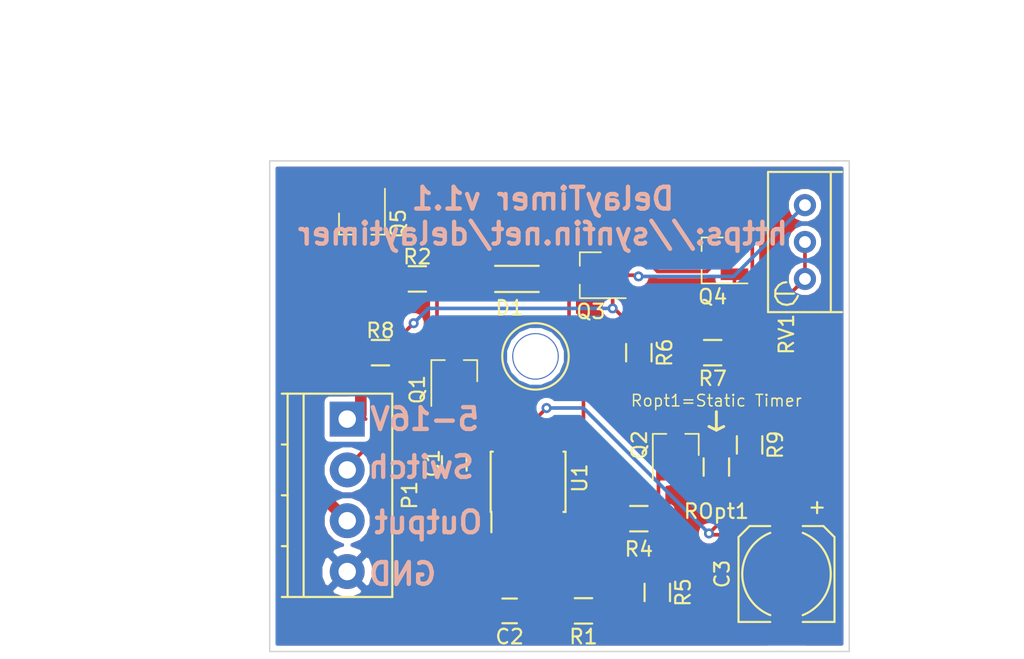
<source format=kicad_pcb>
(kicad_pcb (version 4) (host pcbnew 4.0.5)

  (general
    (links 41)
    (no_connects 0)
    (area 110.768001 68.928 185.261076 113.689125)
    (thickness 1.6002)
    (drawings 24)
    (tracks 134)
    (zones 0)
    (modules 22)
    (nets 16)
  )

  (page USLetter)
  (title_block
    (title "Adjustible Delay Timer")
    (date 2017-03-05)
    (rev v1.1)
    (comment 1 "Designed by: Aaron Turner")
    (comment 2 "Use to add an adjustible power off delay for 12V applications")
    (comment 3 "Supports 0-55sec delay")
  )

  (layers
    (0 F.Cu signal)
    (31 B.Cu signal)
    (34 B.Paste user)
    (35 F.Paste user)
    (36 B.SilkS user)
    (37 F.SilkS user)
    (38 B.Mask user)
    (39 F.Mask user)
    (40 Dwgs.User user)
    (41 Cmts.User user)
    (42 Eco1.User user)
    (43 Eco2.User user)
    (44 Edge.Cuts user)
    (45 Margin user)
  )

  (setup
    (last_trace_width 0.25)
    (trace_clearance 0.1524)
    (zone_clearance 0.35)
    (zone_45_only no)
    (trace_min 0.1524)
    (segment_width 0.2)
    (edge_width 0.1)
    (via_size 0.6858)
    (via_drill 0.3302)
    (via_min_size 0.6858)
    (via_min_drill 0.3302)
    (uvia_size 50.8)
    (uvia_drill 25.4)
    (uvias_allowed no)
    (uvia_min_size 50.8)
    (uvia_min_drill 25.4)
    (pcb_text_width 0.3)
    (pcb_text_size 1.5 1.5)
    (mod_edge_width 0.15)
    (mod_text_size 1 1)
    (mod_text_width 0.15)
    (pad_size 3.2 3.2)
    (pad_drill 3.048)
    (pad_to_mask_clearance 0)
    (aux_axis_origin 0 0)
    (grid_origin 129.54 113.284)
    (visible_elements FFFFEF7F)
    (pcbplotparams
      (layerselection 0x00030_80000001)
      (usegerberextensions false)
      (excludeedgelayer true)
      (linewidth 0.100000)
      (plotframeref false)
      (viasonmask false)
      (mode 1)
      (useauxorigin false)
      (hpglpennumber 1)
      (hpglpenspeed 20)
      (hpglpendiameter 15)
      (hpglpenoverlay 2)
      (psnegative false)
      (psa4output false)
      (plotreference true)
      (plotvalue true)
      (plotinvisibletext false)
      (padsonsilk false)
      (subtractmaskfromsilk false)
      (outputformat 1)
      (mirror false)
      (drillshape 1)
      (scaleselection 1)
      (outputdirectory ""))
  )

  (net 0 "")
  (net 1 "Net-(C1-Pad1)")
  (net 2 GND)
  (net 3 "Net-(C2-Pad1)")
  (net 4 "Net-(C3-Pad1)")
  (net 5 VCC)
  (net 6 Switched12V)
  (net 7 "Net-(Q1-Pad1)")
  (net 8 "Net-(Q2-Pad1)")
  (net 9 "Net-(Q2-Pad3)")
  (net 10 "Net-(Q3-Pad1)")
  (net 11 +12V)
  (net 12 "Net-(Q4-Pad1)")
  (net 13 12VOut)
  (net 14 "Net-(R4-Pad2)")
  (net 15 "Net-(Q4-Pad3)")

  (net_class Default "This is the default net class."
    (clearance 0.1524)
    (trace_width 0.25)
    (via_dia 0.6858)
    (via_drill 0.3302)
    (uvia_dia 50.8)
    (uvia_drill 25.4)
    (add_net GND)
    (add_net "Net-(C1-Pad1)")
    (add_net "Net-(C2-Pad1)")
    (add_net "Net-(C3-Pad1)")
    (add_net "Net-(Q1-Pad1)")
    (add_net "Net-(Q2-Pad1)")
    (add_net "Net-(Q2-Pad3)")
    (add_net "Net-(Q3-Pad1)")
    (add_net "Net-(Q4-Pad1)")
    (add_net "Net-(Q4-Pad3)")
    (add_net "Net-(R4-Pad2)")
    (add_net Switched12V)
    (add_net VCC)
  )

  (net_class Power ""
    (clearance 0.1524)
    (trace_width 0.8)
    (via_dia 0.6858)
    (via_drill 0.3302)
    (uvia_dia 50.8)
    (uvia_drill 25.4)
    (add_net +12V)
    (add_net 12VOut)
  )

  (module Capacitors_SMD:C_0805_HandSoldering (layer F.Cu) (tedit 58A9289C) (tstamp 58A88853)
    (at 142.24 100.33 270)
    (descr "Capacitor SMD 0805, hand soldering")
    (tags "capacitor 0805")
    (path /58A68D51)
    (attr smd)
    (fp_text reference C1 (at 0 1.524 270) (layer F.SilkS)
      (effects (font (size 1 1) (thickness 0.15)))
    )
    (fp_text value 0.1uf (at 0 -1.524 270) (layer F.Fab)
      (effects (font (size 1 1) (thickness 0.15)))
    )
    (fp_line (start -1 0.625) (end -1 -0.625) (layer F.Fab) (width 0.15))
    (fp_line (start 1 0.625) (end -1 0.625) (layer F.Fab) (width 0.15))
    (fp_line (start 1 -0.625) (end 1 0.625) (layer F.Fab) (width 0.15))
    (fp_line (start -1 -0.625) (end 1 -0.625) (layer F.Fab) (width 0.15))
    (fp_line (start -2.3 -1) (end 2.3 -1) (layer F.CrtYd) (width 0.05))
    (fp_line (start -2.3 1) (end 2.3 1) (layer F.CrtYd) (width 0.05))
    (fp_line (start -2.3 -1) (end -2.3 1) (layer F.CrtYd) (width 0.05))
    (fp_line (start 2.3 -1) (end 2.3 1) (layer F.CrtYd) (width 0.05))
    (fp_line (start 0.5 -0.85) (end -0.5 -0.85) (layer F.SilkS) (width 0.15))
    (fp_line (start -0.5 0.85) (end 0.5 0.85) (layer F.SilkS) (width 0.15))
    (pad 1 smd rect (at -1.25 0 270) (size 1.5 1.25) (layers F.Cu F.Paste F.Mask)
      (net 1 "Net-(C1-Pad1)"))
    (pad 2 smd rect (at 1.25 0 270) (size 1.5 1.25) (layers F.Cu F.Paste F.Mask)
      (net 2 GND))
    (model Capacitors_SMD.3dshapes/C_0805_HandSoldering.wrl
      (at (xyz 0 0 0))
      (scale (xyz 1 1 1))
      (rotate (xyz 0 0 0))
    )
  )

  (module Capacitors_SMD:C_0805_HandSoldering (layer F.Cu) (tedit 58A92882) (tstamp 58A88863)
    (at 146.05 110.49 180)
    (descr "Capacitor SMD 0805, hand soldering")
    (tags "capacitor 0805")
    (path /58A6B50A)
    (attr smd)
    (fp_text reference C2 (at 0 -1.778 180) (layer F.SilkS)
      (effects (font (size 1 1) (thickness 0.15)))
    )
    (fp_text value 0.1uf (at 0 1.778 180) (layer F.Fab)
      (effects (font (size 1 1) (thickness 0.15)))
    )
    (fp_line (start -1 0.625) (end -1 -0.625) (layer F.Fab) (width 0.15))
    (fp_line (start 1 0.625) (end -1 0.625) (layer F.Fab) (width 0.15))
    (fp_line (start 1 -0.625) (end 1 0.625) (layer F.Fab) (width 0.15))
    (fp_line (start -1 -0.625) (end 1 -0.625) (layer F.Fab) (width 0.15))
    (fp_line (start -2.3 -1) (end 2.3 -1) (layer F.CrtYd) (width 0.05))
    (fp_line (start -2.3 1) (end 2.3 1) (layer F.CrtYd) (width 0.05))
    (fp_line (start -2.3 -1) (end -2.3 1) (layer F.CrtYd) (width 0.05))
    (fp_line (start 2.3 -1) (end 2.3 1) (layer F.CrtYd) (width 0.05))
    (fp_line (start 0.5 -0.85) (end -0.5 -0.85) (layer F.SilkS) (width 0.15))
    (fp_line (start -0.5 0.85) (end 0.5 0.85) (layer F.SilkS) (width 0.15))
    (pad 1 smd rect (at -1.25 0 180) (size 1.5 1.25) (layers F.Cu F.Paste F.Mask)
      (net 3 "Net-(C2-Pad1)"))
    (pad 2 smd rect (at 1.25 0 180) (size 1.5 1.25) (layers F.Cu F.Paste F.Mask)
      (net 2 GND))
    (model Capacitors_SMD.3dshapes/C_0805_HandSoldering.wrl
      (at (xyz 0 0 0))
      (scale (xyz 1 1 1))
      (rotate (xyz 0 0 0))
    )
  )

  (module Capacitors_SMD:c_elec_6.3x7.7 (layer F.Cu) (tedit 58A89B26) (tstamp 58A8887F)
    (at 165.1 107.95 270)
    (descr "SMT capacitor, aluminium electrolytic, 6.3x7.7")
    (path /58A69AB4)
    (attr smd)
    (fp_text reference C3 (at 0 4.4323 270) (layer F.SilkS)
      (effects (font (size 1 1) (thickness 0.15)))
    )
    (fp_text value 100uf (at -5.588 -0.254 360) (layer F.Fab)
      (effects (font (size 1 1) (thickness 0.15)))
    )
    (fp_line (start 3.1496 3.1496) (end 3.1496 -3.1496) (layer F.Fab) (width 0.15))
    (fp_line (start -2.4765 3.1496) (end 3.1496 3.1496) (layer F.Fab) (width 0.15))
    (fp_line (start -3.1496 2.4765) (end -2.4765 3.1496) (layer F.Fab) (width 0.15))
    (fp_line (start -3.1496 -2.4765) (end -3.1496 2.4765) (layer F.Fab) (width 0.15))
    (fp_line (start -2.4765 -3.1496) (end -3.1496 -2.4765) (layer F.Fab) (width 0.15))
    (fp_line (start 3.1496 -3.1496) (end -2.4765 -3.1496) (layer F.Fab) (width 0.15))
    (fp_text user + (at -1.7272 -0.0762 270) (layer F.Fab)
      (effects (font (size 1 1) (thickness 0.15)))
    )
    (fp_arc (start 0 0) (end 2.8321 1.1176) (angle 136.9770428) (layer F.SilkS) (width 0.15))
    (fp_arc (start 0 0) (end -2.8321 -1.1176) (angle 136.9770428) (layer F.SilkS) (width 0.15))
    (fp_line (start -3.302 2.54) (end -3.302 1.1176) (layer F.SilkS) (width 0.15))
    (fp_line (start 3.302 3.302) (end 3.302 1.1176) (layer F.SilkS) (width 0.15))
    (fp_line (start 3.302 -3.302) (end 3.302 -1.1176) (layer F.SilkS) (width 0.15))
    (fp_line (start -3.302 -2.54) (end -3.302 -1.1176) (layer F.SilkS) (width 0.15))
    (fp_text user + (at -4.572 -2.032 270) (layer F.SilkS)
      (effects (font (size 1 1) (thickness 0.15)))
    )
    (fp_line (start 4.85 -3.55) (end -4.85 -3.55) (layer F.CrtYd) (width 0.05))
    (fp_line (start -4.85 -3.55) (end -4.85 3.55) (layer F.CrtYd) (width 0.05))
    (fp_line (start -4.85 3.55) (end 4.85 3.55) (layer F.CrtYd) (width 0.05))
    (fp_line (start 4.85 3.55) (end 4.85 -3.55) (layer F.CrtYd) (width 0.05))
    (fp_line (start 3.302 3.302) (end -2.54 3.302) (layer F.SilkS) (width 0.15))
    (fp_line (start -2.54 3.302) (end -3.302 2.54) (layer F.SilkS) (width 0.15))
    (fp_line (start -3.302 -2.54) (end -2.54 -3.302) (layer F.SilkS) (width 0.15))
    (fp_line (start -2.54 -3.302) (end 3.302 -3.302) (layer F.SilkS) (width 0.15))
    (pad 1 smd rect (at -2.7 0 90) (size 3.5 1.6) (layers F.Cu F.Paste F.Mask)
      (net 4 "Net-(C3-Pad1)"))
    (pad 2 smd rect (at 2.7 0 90) (size 3.5 1.6) (layers F.Cu F.Paste F.Mask)
      (net 2 GND))
    (model Capacitors_SMD.3dshapes/c_elec_6.3x7.7.wrl
      (at (xyz 0 0 0))
      (scale (xyz 1 1 1))
      (rotate (xyz 0 0 180))
    )
  )

  (module Diodes_SMD:SOD-123 (layer F.Cu) (tedit 58A89B47) (tstamp 58A88896)
    (at 146.05 87.63 180)
    (descr SOD-123)
    (tags SOD-123)
    (path /58A69CB3)
    (attr smd)
    (fp_text reference D1 (at 0 -2 180) (layer F.SilkS)
      (effects (font (size 1 1) (thickness 0.15)))
    )
    (fp_text value 1n4148 (at 0.508 1.778 180) (layer F.Fab)
      (effects (font (size 1 1) (thickness 0.15)))
    )
    (fp_line (start 0.25 0) (end 0.75 0) (layer F.Fab) (width 0.15))
    (fp_line (start 0.25 0.4) (end -0.35 0) (layer F.Fab) (width 0.15))
    (fp_line (start 0.25 -0.4) (end 0.25 0.4) (layer F.Fab) (width 0.15))
    (fp_line (start -0.35 0) (end 0.25 -0.4) (layer F.Fab) (width 0.15))
    (fp_line (start -0.35 0) (end -0.35 0.55) (layer F.Fab) (width 0.15))
    (fp_line (start -0.35 0) (end -0.35 -0.55) (layer F.Fab) (width 0.15))
    (fp_line (start -0.75 0) (end -0.35 0) (layer F.Fab) (width 0.15))
    (fp_line (start -1.35 0.8) (end -1.35 -0.8) (layer F.Fab) (width 0.15))
    (fp_line (start 1.35 0.8) (end -1.35 0.8) (layer F.Fab) (width 0.15))
    (fp_line (start 1.35 -0.8) (end 1.35 0.8) (layer F.Fab) (width 0.15))
    (fp_line (start -1.35 -0.8) (end 1.35 -0.8) (layer F.Fab) (width 0.15))
    (fp_line (start -2.25 -1.05) (end 2.25 -1.05) (layer F.CrtYd) (width 0.05))
    (fp_line (start 2.25 -1.05) (end 2.25 1.05) (layer F.CrtYd) (width 0.05))
    (fp_line (start 2.25 1.05) (end -2.25 1.05) (layer F.CrtYd) (width 0.05))
    (fp_line (start -2.25 -1.05) (end -2.25 1.05) (layer F.CrtYd) (width 0.05))
    (fp_line (start -2 0.9) (end 1 0.9) (layer F.SilkS) (width 0.15))
    (fp_line (start -2 -0.9) (end 1 -0.9) (layer F.SilkS) (width 0.15))
    (pad 1 smd rect (at -1.635 0 180) (size 0.91 1.22) (layers F.Cu F.Paste F.Mask)
      (net 5 VCC))
    (pad 2 smd rect (at 1.635 0 180) (size 0.91 1.22) (layers F.Cu F.Paste F.Mask)
      (net 6 Switched12V))
    (model ${KISYS3DMOD}/Diodes_SMD.3dshapes/SOD-123.wrl
      (at (xyz 0 0 0))
      (scale (xyz 1 1 1))
      (rotate (xyz 0 0 0))
    )
  )

  (module TO_SOT_Packages_SMD:SOT-23_Handsoldering (layer F.Cu) (tedit 58A89B1D) (tstamp 58A888A9)
    (at 142.24 93.98 90)
    (descr "SOT-23, Handsoldering")
    (tags SOT-23)
    (path /58A68ABE)
    (attr smd)
    (fp_text reference Q1 (at -1.27 -2.54 90) (layer F.SilkS)
      (effects (font (size 1 1) (thickness 0.15)))
    )
    (fp_text value MMBT3904 (at 0 2.5 90) (layer F.Fab)
      (effects (font (size 1 1) (thickness 0.15)))
    )
    (fp_line (start 0.76 1.58) (end 0.76 0.65) (layer F.SilkS) (width 0.12))
    (fp_line (start 0.76 -1.58) (end 0.76 -0.65) (layer F.SilkS) (width 0.12))
    (fp_line (start 0.7 -1.52) (end 0.7 1.52) (layer F.Fab) (width 0.15))
    (fp_line (start -0.7 1.52) (end 0.7 1.52) (layer F.Fab) (width 0.15))
    (fp_line (start -2.7 -1.75) (end 2.7 -1.75) (layer F.CrtYd) (width 0.05))
    (fp_line (start 2.7 -1.75) (end 2.7 1.75) (layer F.CrtYd) (width 0.05))
    (fp_line (start 2.7 1.75) (end -2.7 1.75) (layer F.CrtYd) (width 0.05))
    (fp_line (start -2.7 1.75) (end -2.7 -1.75) (layer F.CrtYd) (width 0.05))
    (fp_line (start 0.76 -1.58) (end -2.4 -1.58) (layer F.SilkS) (width 0.12))
    (fp_line (start -0.7 -1.52) (end 0.7 -1.52) (layer F.Fab) (width 0.15))
    (fp_line (start -0.7 -1.52) (end -0.7 1.52) (layer F.Fab) (width 0.15))
    (fp_line (start 0.76 1.58) (end -0.7 1.58) (layer F.SilkS) (width 0.12))
    (pad 1 smd rect (at -1.5 -0.95 90) (size 1.9 0.8) (layers F.Cu F.Paste F.Mask)
      (net 7 "Net-(Q1-Pad1)"))
    (pad 2 smd rect (at -1.5 0.95 90) (size 1.9 0.8) (layers F.Cu F.Paste F.Mask)
      (net 2 GND))
    (pad 3 smd rect (at 1.5 0 90) (size 1.9 0.8) (layers F.Cu F.Paste F.Mask)
      (net 4 "Net-(C3-Pad1)"))
    (model TO_SOT_Packages_SMD.3dshapes/SOT-23.wrl
      (at (xyz 0 0 0))
      (scale (xyz 1 1 1))
      (rotate (xyz 0 0 90))
    )
  )

  (module TO_SOT_Packages_SMD:SOT-23_Handsoldering (layer F.Cu) (tedit 583F3954) (tstamp 58A888BC)
    (at 157.48 99.06 90)
    (descr "SOT-23, Handsoldering")
    (tags SOT-23)
    (path /58A68AFE)
    (attr smd)
    (fp_text reference Q2 (at 0 -2.5 90) (layer F.SilkS)
      (effects (font (size 1 1) (thickness 0.15)))
    )
    (fp_text value MMBT3904 (at 0 2.5 90) (layer F.Fab)
      (effects (font (size 1 1) (thickness 0.15)))
    )
    (fp_line (start 0.76 1.58) (end 0.76 0.65) (layer F.SilkS) (width 0.12))
    (fp_line (start 0.76 -1.58) (end 0.76 -0.65) (layer F.SilkS) (width 0.12))
    (fp_line (start 0.7 -1.52) (end 0.7 1.52) (layer F.Fab) (width 0.15))
    (fp_line (start -0.7 1.52) (end 0.7 1.52) (layer F.Fab) (width 0.15))
    (fp_line (start -2.7 -1.75) (end 2.7 -1.75) (layer F.CrtYd) (width 0.05))
    (fp_line (start 2.7 -1.75) (end 2.7 1.75) (layer F.CrtYd) (width 0.05))
    (fp_line (start 2.7 1.75) (end -2.7 1.75) (layer F.CrtYd) (width 0.05))
    (fp_line (start -2.7 1.75) (end -2.7 -1.75) (layer F.CrtYd) (width 0.05))
    (fp_line (start 0.76 -1.58) (end -2.4 -1.58) (layer F.SilkS) (width 0.12))
    (fp_line (start -0.7 -1.52) (end 0.7 -1.52) (layer F.Fab) (width 0.15))
    (fp_line (start -0.7 -1.52) (end -0.7 1.52) (layer F.Fab) (width 0.15))
    (fp_line (start 0.76 1.58) (end -0.7 1.58) (layer F.SilkS) (width 0.12))
    (pad 1 smd rect (at -1.5 -0.95 90) (size 1.9 0.8) (layers F.Cu F.Paste F.Mask)
      (net 8 "Net-(Q2-Pad1)"))
    (pad 2 smd rect (at -1.5 0.95 90) (size 1.9 0.8) (layers F.Cu F.Paste F.Mask)
      (net 2 GND))
    (pad 3 smd rect (at 1.5 0 90) (size 1.9 0.8) (layers F.Cu F.Paste F.Mask)
      (net 9 "Net-(Q2-Pad3)"))
    (model TO_SOT_Packages_SMD.3dshapes/SOT-23.wrl
      (at (xyz 0 0 0))
      (scale (xyz 1 1 1))
      (rotate (xyz 0 0 90))
    )
  )

  (module TO_SOT_Packages_SMD:SOT-23_Handsoldering (layer F.Cu) (tedit 583F3954) (tstamp 58A888CF)
    (at 151.638 87.376 180)
    (descr "SOT-23, Handsoldering")
    (tags SOT-23)
    (path /58A68A1F)
    (attr smd)
    (fp_text reference Q3 (at 0 -2.5 180) (layer F.SilkS)
      (effects (font (size 1 1) (thickness 0.15)))
    )
    (fp_text value MMBT3906 (at 0 2.5 180) (layer F.Fab)
      (effects (font (size 1 1) (thickness 0.15)))
    )
    (fp_line (start 0.76 1.58) (end 0.76 0.65) (layer F.SilkS) (width 0.12))
    (fp_line (start 0.76 -1.58) (end 0.76 -0.65) (layer F.SilkS) (width 0.12))
    (fp_line (start 0.7 -1.52) (end 0.7 1.52) (layer F.Fab) (width 0.15))
    (fp_line (start -0.7 1.52) (end 0.7 1.52) (layer F.Fab) (width 0.15))
    (fp_line (start -2.7 -1.75) (end 2.7 -1.75) (layer F.CrtYd) (width 0.05))
    (fp_line (start 2.7 -1.75) (end 2.7 1.75) (layer F.CrtYd) (width 0.05))
    (fp_line (start 2.7 1.75) (end -2.7 1.75) (layer F.CrtYd) (width 0.05))
    (fp_line (start -2.7 1.75) (end -2.7 -1.75) (layer F.CrtYd) (width 0.05))
    (fp_line (start 0.76 -1.58) (end -2.4 -1.58) (layer F.SilkS) (width 0.12))
    (fp_line (start -0.7 -1.52) (end 0.7 -1.52) (layer F.Fab) (width 0.15))
    (fp_line (start -0.7 -1.52) (end -0.7 1.52) (layer F.Fab) (width 0.15))
    (fp_line (start 0.76 1.58) (end -0.7 1.58) (layer F.SilkS) (width 0.12))
    (pad 1 smd rect (at -1.5 -0.95 180) (size 1.9 0.8) (layers F.Cu F.Paste F.Mask)
      (net 10 "Net-(Q3-Pad1)"))
    (pad 2 smd rect (at -1.5 0.95 180) (size 1.9 0.8) (layers F.Cu F.Paste F.Mask)
      (net 11 +12V))
    (pad 3 smd rect (at 1.5 0 180) (size 1.9 0.8) (layers F.Cu F.Paste F.Mask)
      (net 5 VCC))
    (model TO_SOT_Packages_SMD.3dshapes/SOT-23.wrl
      (at (xyz 0 0 0))
      (scale (xyz 1 1 1))
      (rotate (xyz 0 0 90))
    )
  )

  (module TO_SOT_Packages_SMD:SOT-23_Handsoldering (layer F.Cu) (tedit 58A89B3D) (tstamp 58A888E2)
    (at 160.02 86.36 180)
    (descr "SOT-23, Handsoldering")
    (tags SOT-23)
    (path /58A68A6F)
    (attr smd)
    (fp_text reference Q4 (at 0 -2.5 180) (layer F.SilkS)
      (effects (font (size 1 1) (thickness 0.15)))
    )
    (fp_text value MMBT3906 (at 0.254 2.286 180) (layer F.Fab)
      (effects (font (size 1 1) (thickness 0.15)))
    )
    (fp_line (start 0.76 1.58) (end 0.76 0.65) (layer F.SilkS) (width 0.12))
    (fp_line (start 0.76 -1.58) (end 0.76 -0.65) (layer F.SilkS) (width 0.12))
    (fp_line (start 0.7 -1.52) (end 0.7 1.52) (layer F.Fab) (width 0.15))
    (fp_line (start -0.7 1.52) (end 0.7 1.52) (layer F.Fab) (width 0.15))
    (fp_line (start -2.7 -1.75) (end 2.7 -1.75) (layer F.CrtYd) (width 0.05))
    (fp_line (start 2.7 -1.75) (end 2.7 1.75) (layer F.CrtYd) (width 0.05))
    (fp_line (start 2.7 1.75) (end -2.7 1.75) (layer F.CrtYd) (width 0.05))
    (fp_line (start -2.7 1.75) (end -2.7 -1.75) (layer F.CrtYd) (width 0.05))
    (fp_line (start 0.76 -1.58) (end -2.4 -1.58) (layer F.SilkS) (width 0.12))
    (fp_line (start -0.7 -1.52) (end 0.7 -1.52) (layer F.Fab) (width 0.15))
    (fp_line (start -0.7 -1.52) (end -0.7 1.52) (layer F.Fab) (width 0.15))
    (fp_line (start 0.76 1.58) (end -0.7 1.58) (layer F.SilkS) (width 0.12))
    (pad 1 smd rect (at -1.5 -0.95 180) (size 1.9 0.8) (layers F.Cu F.Paste F.Mask)
      (net 12 "Net-(Q4-Pad1)"))
    (pad 2 smd rect (at -1.5 0.95 180) (size 1.9 0.8) (layers F.Cu F.Paste F.Mask)
      (net 11 +12V))
    (pad 3 smd rect (at 1.5 0 180) (size 1.9 0.8) (layers F.Cu F.Paste F.Mask)
      (net 15 "Net-(Q4-Pad3)"))
    (model TO_SOT_Packages_SMD.3dshapes/SOT-23.wrl
      (at (xyz 0 0 0))
      (scale (xyz 1 1 1))
      (rotate (xyz 0 0 90))
    )
  )

  (module TO_SOT_Packages_SMD:SOT-23_Handsoldering (layer F.Cu) (tedit 58A89CA2) (tstamp 58A888F5)
    (at 135.89 83.82 270)
    (descr "SOT-23, Handsoldering")
    (tags SOT-23)
    (path /58A7BBB2)
    (attr smd)
    (fp_text reference Q5 (at 0 -2.5 270) (layer F.SilkS)
      (effects (font (size 1 1) (thickness 0.15)))
    )
    (fp_text value IRLML6344 (at 1.016 2.54 270) (layer F.Fab)
      (effects (font (size 1 1) (thickness 0.15)))
    )
    (fp_line (start 0.76 1.58) (end 0.76 0.65) (layer F.SilkS) (width 0.12))
    (fp_line (start 0.76 -1.58) (end 0.76 -0.65) (layer F.SilkS) (width 0.12))
    (fp_line (start 0.7 -1.52) (end 0.7 1.52) (layer F.Fab) (width 0.15))
    (fp_line (start -0.7 1.52) (end 0.7 1.52) (layer F.Fab) (width 0.15))
    (fp_line (start -2.7 -1.75) (end 2.7 -1.75) (layer F.CrtYd) (width 0.05))
    (fp_line (start 2.7 -1.75) (end 2.7 1.75) (layer F.CrtYd) (width 0.05))
    (fp_line (start 2.7 1.75) (end -2.7 1.75) (layer F.CrtYd) (width 0.05))
    (fp_line (start -2.7 1.75) (end -2.7 -1.75) (layer F.CrtYd) (width 0.05))
    (fp_line (start 0.76 -1.58) (end -2.4 -1.58) (layer F.SilkS) (width 0.12))
    (fp_line (start -0.7 -1.52) (end 0.7 -1.52) (layer F.Fab) (width 0.15))
    (fp_line (start -0.7 -1.52) (end -0.7 1.52) (layer F.Fab) (width 0.15))
    (fp_line (start 0.76 1.58) (end -0.7 1.58) (layer F.SilkS) (width 0.12))
    (pad 1 smd rect (at -1.5 -0.95 270) (size 1.9 0.8) (layers F.Cu F.Paste F.Mask)
      (net 15 "Net-(Q4-Pad3)"))
    (pad 2 smd rect (at -1.5 0.95 270) (size 1.9 0.8) (layers F.Cu F.Paste F.Mask)
      (net 13 12VOut))
    (pad 3 smd rect (at 1.5 0 270) (size 1.9 0.8) (layers F.Cu F.Paste F.Mask)
      (net 11 +12V))
    (model TO_SOT_Packages_SMD.3dshapes/SOT-23.wrl
      (at (xyz 0 0 0))
      (scale (xyz 1 1 1))
      (rotate (xyz 0 0 90))
    )
  )

  (module Resistors_SMD:R_0805_HandSoldering (layer F.Cu) (tedit 58A92880) (tstamp 58A88905)
    (at 151.13 110.49 180)
    (descr "Resistor SMD 0805, hand soldering")
    (tags "resistor 0805")
    (path /58A6976B)
    (attr smd)
    (fp_text reference R1 (at 0 -1.778 180) (layer F.SilkS)
      (effects (font (size 1 1) (thickness 0.15)))
    )
    (fp_text value 100k (at 0 1.778 180) (layer F.Fab)
      (effects (font (size 1 1) (thickness 0.15)))
    )
    (fp_line (start -1 0.625) (end -1 -0.625) (layer F.Fab) (width 0.1))
    (fp_line (start 1 0.625) (end -1 0.625) (layer F.Fab) (width 0.1))
    (fp_line (start 1 -0.625) (end 1 0.625) (layer F.Fab) (width 0.1))
    (fp_line (start -1 -0.625) (end 1 -0.625) (layer F.Fab) (width 0.1))
    (fp_line (start -2.4 -1) (end 2.4 -1) (layer F.CrtYd) (width 0.05))
    (fp_line (start -2.4 1) (end 2.4 1) (layer F.CrtYd) (width 0.05))
    (fp_line (start -2.4 -1) (end -2.4 1) (layer F.CrtYd) (width 0.05))
    (fp_line (start 2.4 -1) (end 2.4 1) (layer F.CrtYd) (width 0.05))
    (fp_line (start 0.6 0.875) (end -0.6 0.875) (layer F.SilkS) (width 0.15))
    (fp_line (start -0.6 -0.875) (end 0.6 -0.875) (layer F.SilkS) (width 0.15))
    (pad 1 smd rect (at -1.35 0 180) (size 1.5 1.3) (layers F.Cu F.Paste F.Mask)
      (net 5 VCC))
    (pad 2 smd rect (at 1.35 0 180) (size 1.5 1.3) (layers F.Cu F.Paste F.Mask)
      (net 3 "Net-(C2-Pad1)"))
    (model Resistors_SMD.3dshapes/R_0805_HandSoldering.wrl
      (at (xyz 0 0 0))
      (scale (xyz 1 1 1))
      (rotate (xyz 0 0 0))
    )
  )

  (module Resistors_SMD:R_0805_HandSoldering (layer F.Cu) (tedit 58A9285E) (tstamp 58A88915)
    (at 139.7 87.63)
    (descr "Resistor SMD 0805, hand soldering")
    (tags "resistor 0805")
    (path /58A69C11)
    (attr smd)
    (fp_text reference R2 (at 0 -1.524) (layer F.SilkS)
      (effects (font (size 1 1) (thickness 0.15)))
    )
    (fp_text value 2.2k (at 0 2.1) (layer F.Fab)
      (effects (font (size 1 1) (thickness 0.15)))
    )
    (fp_line (start -1 0.625) (end -1 -0.625) (layer F.Fab) (width 0.1))
    (fp_line (start 1 0.625) (end -1 0.625) (layer F.Fab) (width 0.1))
    (fp_line (start 1 -0.625) (end 1 0.625) (layer F.Fab) (width 0.1))
    (fp_line (start -1 -0.625) (end 1 -0.625) (layer F.Fab) (width 0.1))
    (fp_line (start -2.4 -1) (end 2.4 -1) (layer F.CrtYd) (width 0.05))
    (fp_line (start -2.4 1) (end 2.4 1) (layer F.CrtYd) (width 0.05))
    (fp_line (start -2.4 -1) (end -2.4 1) (layer F.CrtYd) (width 0.05))
    (fp_line (start 2.4 -1) (end 2.4 1) (layer F.CrtYd) (width 0.05))
    (fp_line (start 0.6 0.875) (end -0.6 0.875) (layer F.SilkS) (width 0.15))
    (fp_line (start -0.6 -0.875) (end 0.6 -0.875) (layer F.SilkS) (width 0.15))
    (pad 1 smd rect (at -1.35 0) (size 1.5 1.3) (layers F.Cu F.Paste F.Mask)
      (net 6 Switched12V))
    (pad 2 smd rect (at 1.35 0) (size 1.5 1.3) (layers F.Cu F.Paste F.Mask)
      (net 7 "Net-(Q1-Pad1)"))
    (model Resistors_SMD.3dshapes/R_0805_HandSoldering.wrl
      (at (xyz 0 0 0))
      (scale (xyz 1 1 1))
      (rotate (xyz 0 0 0))
    )
  )

  (module Resistors_SMD:R_0805_HandSoldering (layer F.Cu) (tedit 58A92B63) (tstamp 58A88935)
    (at 154.94 104.14 180)
    (descr "Resistor SMD 0805, hand soldering")
    (tags "resistor 0805")
    (path /58A6A56D)
    (attr smd)
    (fp_text reference R4 (at 0 -2.1 180) (layer F.SilkS)
      (effects (font (size 1 1) (thickness 0.15)))
    )
    (fp_text value 10k (at 0 1.778 180) (layer F.Fab)
      (effects (font (size 1 1) (thickness 0.15)))
    )
    (fp_line (start -1 0.625) (end -1 -0.625) (layer F.Fab) (width 0.1))
    (fp_line (start 1 0.625) (end -1 0.625) (layer F.Fab) (width 0.1))
    (fp_line (start 1 -0.625) (end 1 0.625) (layer F.Fab) (width 0.1))
    (fp_line (start -1 -0.625) (end 1 -0.625) (layer F.Fab) (width 0.1))
    (fp_line (start -2.4 -1) (end 2.4 -1) (layer F.CrtYd) (width 0.05))
    (fp_line (start -2.4 1) (end 2.4 1) (layer F.CrtYd) (width 0.05))
    (fp_line (start -2.4 -1) (end -2.4 1) (layer F.CrtYd) (width 0.05))
    (fp_line (start 2.4 -1) (end 2.4 1) (layer F.CrtYd) (width 0.05))
    (fp_line (start 0.6 0.875) (end -0.6 0.875) (layer F.SilkS) (width 0.15))
    (fp_line (start -0.6 -0.875) (end 0.6 -0.875) (layer F.SilkS) (width 0.15))
    (pad 1 smd rect (at -1.35 0 180) (size 1.5 1.3) (layers F.Cu F.Paste F.Mask)
      (net 8 "Net-(Q2-Pad1)"))
    (pad 2 smd rect (at 1.35 0 180) (size 1.5 1.3) (layers F.Cu F.Paste F.Mask)
      (net 14 "Net-(R4-Pad2)"))
    (model Resistors_SMD.3dshapes/R_0805_HandSoldering.wrl
      (at (xyz 0 0 0))
      (scale (xyz 1 1 1))
      (rotate (xyz 0 0 0))
    )
  )

  (module Resistors_SMD:R_0805_HandSoldering (layer F.Cu) (tedit 58A9287E) (tstamp 58A88945)
    (at 156.21 109.22 270)
    (descr "Resistor SMD 0805, hand soldering")
    (tags "resistor 0805")
    (path /58A6A676)
    (attr smd)
    (fp_text reference R5 (at 0 -1.778 270) (layer F.SilkS)
      (effects (font (size 1 1) (thickness 0.15)))
    )
    (fp_text value 2.2k (at -0.508 1.778 270) (layer F.Fab)
      (effects (font (size 1 1) (thickness 0.15)))
    )
    (fp_line (start -1 0.625) (end -1 -0.625) (layer F.Fab) (width 0.1))
    (fp_line (start 1 0.625) (end -1 0.625) (layer F.Fab) (width 0.1))
    (fp_line (start 1 -0.625) (end 1 0.625) (layer F.Fab) (width 0.1))
    (fp_line (start -1 -0.625) (end 1 -0.625) (layer F.Fab) (width 0.1))
    (fp_line (start -2.4 -1) (end 2.4 -1) (layer F.CrtYd) (width 0.05))
    (fp_line (start -2.4 1) (end 2.4 1) (layer F.CrtYd) (width 0.05))
    (fp_line (start -2.4 -1) (end -2.4 1) (layer F.CrtYd) (width 0.05))
    (fp_line (start 2.4 -1) (end 2.4 1) (layer F.CrtYd) (width 0.05))
    (fp_line (start 0.6 0.875) (end -0.6 0.875) (layer F.SilkS) (width 0.15))
    (fp_line (start -0.6 -0.875) (end 0.6 -0.875) (layer F.SilkS) (width 0.15))
    (pad 1 smd rect (at -1.35 0 270) (size 1.5 1.3) (layers F.Cu F.Paste F.Mask)
      (net 8 "Net-(Q2-Pad1)"))
    (pad 2 smd rect (at 1.35 0 270) (size 1.5 1.3) (layers F.Cu F.Paste F.Mask)
      (net 2 GND))
    (model Resistors_SMD.3dshapes/R_0805_HandSoldering.wrl
      (at (xyz 0 0 0))
      (scale (xyz 1 1 1))
      (rotate (xyz 0 0 0))
    )
  )

  (module Resistors_SMD:R_0805_HandSoldering (layer F.Cu) (tedit 58A92B5B) (tstamp 58A88955)
    (at 154.94 92.71 270)
    (descr "Resistor SMD 0805, hand soldering")
    (tags "resistor 0805")
    (path /58A6A0C7)
    (attr smd)
    (fp_text reference R6 (at 0 -1.778 270) (layer F.SilkS)
      (effects (font (size 1 1) (thickness 0.15)))
    )
    (fp_text value 10k (at 0 1.778 270) (layer F.Fab)
      (effects (font (size 1 1) (thickness 0.15)))
    )
    (fp_line (start -1 0.625) (end -1 -0.625) (layer F.Fab) (width 0.1))
    (fp_line (start 1 0.625) (end -1 0.625) (layer F.Fab) (width 0.1))
    (fp_line (start 1 -0.625) (end 1 0.625) (layer F.Fab) (width 0.1))
    (fp_line (start -1 -0.625) (end 1 -0.625) (layer F.Fab) (width 0.1))
    (fp_line (start -2.4 -1) (end 2.4 -1) (layer F.CrtYd) (width 0.05))
    (fp_line (start -2.4 1) (end 2.4 1) (layer F.CrtYd) (width 0.05))
    (fp_line (start -2.4 -1) (end -2.4 1) (layer F.CrtYd) (width 0.05))
    (fp_line (start 2.4 -1) (end 2.4 1) (layer F.CrtYd) (width 0.05))
    (fp_line (start 0.6 0.875) (end -0.6 0.875) (layer F.SilkS) (width 0.15))
    (fp_line (start -0.6 -0.875) (end 0.6 -0.875) (layer F.SilkS) (width 0.15))
    (pad 1 smd rect (at -1.35 0 270) (size 1.5 1.3) (layers F.Cu F.Paste F.Mask)
      (net 10 "Net-(Q3-Pad1)"))
    (pad 2 smd rect (at 1.35 0 270) (size 1.5 1.3) (layers F.Cu F.Paste F.Mask)
      (net 9 "Net-(Q2-Pad3)"))
    (model Resistors_SMD.3dshapes/R_0805_HandSoldering.wrl
      (at (xyz 0 0 0))
      (scale (xyz 1 1 1))
      (rotate (xyz 0 0 0))
    )
  )

  (module Resistors_SMD:R_0805_HandSoldering (layer F.Cu) (tedit 58A9286D) (tstamp 58A88965)
    (at 160.02 92.71 180)
    (descr "Resistor SMD 0805, hand soldering")
    (tags "resistor 0805")
    (path /58A6A117)
    (attr smd)
    (fp_text reference R7 (at 0 -1.778 180) (layer F.SilkS)
      (effects (font (size 1 1) (thickness 0.15)))
    )
    (fp_text value 2.2k (at 0 1.778 180) (layer F.Fab)
      (effects (font (size 1 1) (thickness 0.15)))
    )
    (fp_line (start -1 0.625) (end -1 -0.625) (layer F.Fab) (width 0.1))
    (fp_line (start 1 0.625) (end -1 0.625) (layer F.Fab) (width 0.1))
    (fp_line (start 1 -0.625) (end 1 0.625) (layer F.Fab) (width 0.1))
    (fp_line (start -1 -0.625) (end 1 -0.625) (layer F.Fab) (width 0.1))
    (fp_line (start -2.4 -1) (end 2.4 -1) (layer F.CrtYd) (width 0.05))
    (fp_line (start -2.4 1) (end 2.4 1) (layer F.CrtYd) (width 0.05))
    (fp_line (start -2.4 -1) (end -2.4 1) (layer F.CrtYd) (width 0.05))
    (fp_line (start 2.4 -1) (end 2.4 1) (layer F.CrtYd) (width 0.05))
    (fp_line (start 0.6 0.875) (end -0.6 0.875) (layer F.SilkS) (width 0.15))
    (fp_line (start -0.6 -0.875) (end 0.6 -0.875) (layer F.SilkS) (width 0.15))
    (pad 1 smd rect (at -1.35 0 180) (size 1.5 1.3) (layers F.Cu F.Paste F.Mask)
      (net 12 "Net-(Q4-Pad1)"))
    (pad 2 smd rect (at 1.35 0 180) (size 1.5 1.3) (layers F.Cu F.Paste F.Mask)
      (net 9 "Net-(Q2-Pad3)"))
    (model Resistors_SMD.3dshapes/R_0805_HandSoldering.wrl
      (at (xyz 0 0 0))
      (scale (xyz 1 1 1))
      (rotate (xyz 0 0 0))
    )
  )

  (module Resistors_SMD:R_0805_HandSoldering (layer F.Cu) (tedit 58A92862) (tstamp 58A88975)
    (at 137.16 92.71)
    (descr "Resistor SMD 0805, hand soldering")
    (tags "resistor 0805")
    (path /58A6A067)
    (attr smd)
    (fp_text reference R8 (at 0 -1.524) (layer F.SilkS)
      (effects (font (size 1 1) (thickness 0.15)))
    )
    (fp_text value 2.2k (at 0 1.778) (layer F.Fab)
      (effects (font (size 1 1) (thickness 0.15)))
    )
    (fp_line (start -1 0.625) (end -1 -0.625) (layer F.Fab) (width 0.1))
    (fp_line (start 1 0.625) (end -1 0.625) (layer F.Fab) (width 0.1))
    (fp_line (start 1 -0.625) (end 1 0.625) (layer F.Fab) (width 0.1))
    (fp_line (start -1 -0.625) (end 1 -0.625) (layer F.Fab) (width 0.1))
    (fp_line (start -2.4 -1) (end 2.4 -1) (layer F.CrtYd) (width 0.05))
    (fp_line (start -2.4 1) (end 2.4 1) (layer F.CrtYd) (width 0.05))
    (fp_line (start -2.4 -1) (end -2.4 1) (layer F.CrtYd) (width 0.05))
    (fp_line (start 2.4 -1) (end 2.4 1) (layer F.CrtYd) (width 0.05))
    (fp_line (start 0.6 0.875) (end -0.6 0.875) (layer F.SilkS) (width 0.15))
    (fp_line (start -0.6 -0.875) (end 0.6 -0.875) (layer F.SilkS) (width 0.15))
    (pad 1 smd rect (at -1.35 0) (size 1.5 1.3) (layers F.Cu F.Paste F.Mask)
      (net 11 +12V))
    (pad 2 smd rect (at 1.35 0) (size 1.5 1.3) (layers F.Cu F.Paste F.Mask)
      (net 10 "Net-(Q3-Pad1)"))
    (model Resistors_SMD.3dshapes/R_0805_HandSoldering.wrl
      (at (xyz 0 0 0))
      (scale (xyz 1 1 1))
      (rotate (xyz 0 0 0))
    )
  )

  (module Resistors_SMD:R_0805_HandSoldering (layer F.Cu) (tedit 58A9286F) (tstamp 58A88985)
    (at 162.56 99.06 270)
    (descr "Resistor SMD 0805, hand soldering")
    (tags "resistor 0805")
    (path /58A7BD98)
    (attr smd)
    (fp_text reference R9 (at 0 -1.778 270) (layer F.SilkS)
      (effects (font (size 1 1) (thickness 0.15)))
    )
    (fp_text value 1k (at -3.302 -0.254 270) (layer F.Fab)
      (effects (font (size 1 1) (thickness 0.15)))
    )
    (fp_line (start -1 0.625) (end -1 -0.625) (layer F.Fab) (width 0.1))
    (fp_line (start 1 0.625) (end -1 0.625) (layer F.Fab) (width 0.1))
    (fp_line (start 1 -0.625) (end 1 0.625) (layer F.Fab) (width 0.1))
    (fp_line (start -1 -0.625) (end 1 -0.625) (layer F.Fab) (width 0.1))
    (fp_line (start -2.4 -1) (end 2.4 -1) (layer F.CrtYd) (width 0.05))
    (fp_line (start -2.4 1) (end 2.4 1) (layer F.CrtYd) (width 0.05))
    (fp_line (start -2.4 -1) (end -2.4 1) (layer F.CrtYd) (width 0.05))
    (fp_line (start 2.4 -1) (end 2.4 1) (layer F.CrtYd) (width 0.05))
    (fp_line (start 0.6 0.875) (end -0.6 0.875) (layer F.SilkS) (width 0.15))
    (fp_line (start -0.6 -0.875) (end 0.6 -0.875) (layer F.SilkS) (width 0.15))
    (pad 1 smd rect (at -1.35 0 270) (size 1.5 1.3) (layers F.Cu F.Paste F.Mask)
      (net 15 "Net-(Q4-Pad3)"))
    (pad 2 smd rect (at 1.35 0 270) (size 1.5 1.3) (layers F.Cu F.Paste F.Mask)
      (net 2 GND))
    (model Resistors_SMD.3dshapes/R_0805_HandSoldering.wrl
      (at (xyz 0 0 0))
      (scale (xyz 1 1 1))
      (rotate (xyz 0 0 0))
    )
  )

  (module Potentiometers:Potentiometer_Bourns_3296W_3-8Zoll_Inline_ScrewUp (layer F.Cu) (tedit 58A89B2E) (tstamp 58A8899D)
    (at 166.37 87.63)
    (descr "3296, 3/8, Square, Trimpot, Trimming, Potentiometer, Bourns")
    (tags "3296, 3/8, Square, Trimpot, Trimming, Potentiometer, Bourns")
    (path /589FAE59)
    (fp_text reference RV1 (at -1.27 3.81 90) (layer F.SilkS)
      (effects (font (size 1 1) (thickness 0.15)))
    )
    (fp_text value 500k (at 1.016 4.318 90) (layer F.Fab)
      (effects (font (size 1 1) (thickness 0.15)))
    )
    (fp_line (start -2.032 1.016) (end -0.762 1.016) (layer F.SilkS) (width 0.15))
    (fp_line (start -1.2827 0.2286) (end -1.5367 0.2667) (layer F.SilkS) (width 0.15))
    (fp_line (start -1.5367 0.2667) (end -1.8161 0.4445) (layer F.SilkS) (width 0.15))
    (fp_line (start -1.8161 0.4445) (end -2.032 0.762) (layer F.SilkS) (width 0.15))
    (fp_line (start -2.032 0.762) (end -2.0447 1.2065) (layer F.SilkS) (width 0.15))
    (fp_line (start -2.0447 1.2065) (end -1.8415 1.5621) (layer F.SilkS) (width 0.15))
    (fp_line (start -1.8415 1.5621) (end -1.5494 1.7399) (layer F.SilkS) (width 0.15))
    (fp_line (start -1.5494 1.7399) (end -1.2319 1.7907) (layer F.SilkS) (width 0.15))
    (fp_line (start -1.2319 1.7907) (end -0.8255 1.6891) (layer F.SilkS) (width 0.15))
    (fp_line (start -0.8255 1.6891) (end -0.5715 1.3462) (layer F.SilkS) (width 0.15))
    (fp_line (start -0.5715 1.3462) (end -0.4826 1.1684) (layer F.SilkS) (width 0.15))
    (fp_line (start 1.778 -7.366) (end 1.778 2.286) (layer F.SilkS) (width 0.15))
    (fp_line (start -1.27 2.286) (end -2.54 2.286) (layer F.SilkS) (width 0.15))
    (fp_line (start -2.54 2.286) (end -2.54 -7.366) (layer F.SilkS) (width 0.15))
    (fp_line (start -2.54 -7.366) (end 2.54 -7.366) (layer F.SilkS) (width 0.15))
    (fp_line (start 2.54 2.286) (end 0 2.286) (layer F.SilkS) (width 0.15))
    (fp_line (start 0 2.286) (end -1.27 2.286) (layer F.SilkS) (width 0.15))
    (pad 2 thru_hole circle (at 0 -2.54) (size 1.524 1.524) (drill 0.8128) (layers *.Cu *.Mask)
      (net 4 "Net-(C3-Pad1)"))
    (pad 3 thru_hole circle (at 0 -5.08) (size 1.524 1.524) (drill 0.8128) (layers *.Cu *.Mask)
      (net 5 VCC))
    (pad 1 thru_hole circle (at 0 0) (size 1.524 1.524) (drill 0.8128) (layers *.Cu *.Mask)
      (net 4 "Net-(C3-Pad1)"))
    (model Potentiometers.3dshapes/Potentiometer_Bourns_3296W_3-8Zoll_Inline_ScrewUp.wrl
      (at (xyz 0 0 0))
      (scale (xyz 1 1 1))
      (rotate (xyz 0 0 0))
    )
  )

  (module Housings_SOIC:SOIC-8_3.9x4.9mm_Pitch1.27mm (layer F.Cu) (tedit 58A9324F) (tstamp 58A889B9)
    (at 147.32 101.6 90)
    (descr "8-Lead Plastic Small Outline (SN) - Narrow, 3.90 mm Body [SOIC] (see Microchip Packaging Specification 00000049BS.pdf)")
    (tags "SOIC 1.27")
    (path /589F9D59)
    (attr smd)
    (fp_text reference U1 (at 0.254 3.556 90) (layer F.SilkS)
      (effects (font (size 1 1) (thickness 0.15)))
    )
    (fp_text value NE555 (at -0.508 0.254 180) (layer F.Fab)
      (effects (font (size 1 1) (thickness 0.15)))
    )
    (fp_line (start -0.95 -2.45) (end 1.95 -2.45) (layer F.Fab) (width 0.15))
    (fp_line (start 1.95 -2.45) (end 1.95 2.45) (layer F.Fab) (width 0.15))
    (fp_line (start 1.95 2.45) (end -1.95 2.45) (layer F.Fab) (width 0.15))
    (fp_line (start -1.95 2.45) (end -1.95 -1.45) (layer F.Fab) (width 0.15))
    (fp_line (start -1.95 -1.45) (end -0.95 -2.45) (layer F.Fab) (width 0.15))
    (fp_line (start -3.75 -2.75) (end -3.75 2.75) (layer F.CrtYd) (width 0.05))
    (fp_line (start 3.75 -2.75) (end 3.75 2.75) (layer F.CrtYd) (width 0.05))
    (fp_line (start -3.75 -2.75) (end 3.75 -2.75) (layer F.CrtYd) (width 0.05))
    (fp_line (start -3.75 2.75) (end 3.75 2.75) (layer F.CrtYd) (width 0.05))
    (fp_line (start -2.075 -2.575) (end -2.075 -2.525) (layer F.SilkS) (width 0.15))
    (fp_line (start 2.075 -2.575) (end 2.075 -2.43) (layer F.SilkS) (width 0.15))
    (fp_line (start 2.075 2.575) (end 2.075 2.43) (layer F.SilkS) (width 0.15))
    (fp_line (start -2.075 2.575) (end -2.075 2.43) (layer F.SilkS) (width 0.15))
    (fp_line (start -2.075 -2.575) (end 2.075 -2.575) (layer F.SilkS) (width 0.15))
    (fp_line (start -2.075 2.575) (end 2.075 2.575) (layer F.SilkS) (width 0.15))
    (fp_line (start -2.075 -2.525) (end -3.475 -2.525) (layer F.SilkS) (width 0.15))
    (pad 1 smd rect (at -2.7 -1.905 90) (size 1.55 0.6) (layers F.Cu F.Paste F.Mask)
      (net 2 GND))
    (pad 2 smd rect (at -2.7 -0.635 90) (size 1.55 0.6) (layers F.Cu F.Paste F.Mask)
      (net 3 "Net-(C2-Pad1)"))
    (pad 3 smd rect (at -2.7 0.635 90) (size 1.55 0.6) (layers F.Cu F.Paste F.Mask)
      (net 14 "Net-(R4-Pad2)"))
    (pad 4 smd rect (at -2.7 1.905 90) (size 1.55 0.6) (layers F.Cu F.Paste F.Mask)
      (net 5 VCC))
    (pad 5 smd rect (at 2.7 1.905 90) (size 1.55 0.6) (layers F.Cu F.Paste F.Mask)
      (net 1 "Net-(C1-Pad1)"))
    (pad 6 smd rect (at 2.7 0.635 90) (size 1.55 0.6) (layers F.Cu F.Paste F.Mask)
      (net 4 "Net-(C3-Pad1)"))
    (pad 7 smd rect (at 2.7 -0.635 90) (size 1.55 0.6) (layers F.Cu F.Paste F.Mask)
      (net 4 "Net-(C3-Pad1)"))
    (pad 8 smd rect (at 2.7 -1.905 90) (size 1.55 0.6) (layers F.Cu F.Paste F.Mask)
      (net 5 VCC))
    (model Housings_SOIC.3dshapes/SOIC-8_3.9x4.9mm_Pitch1.27mm.wrl
      (at (xyz 0 0 0))
      (scale (xyz 1 1 1))
      (rotate (xyz 0 0 0))
    )
  )

  (module Connectors_Terminal_Blocks:TerminalBlock_Pheonix_PT-3.5mm_4pol (layer F.Cu) (tedit 58A8B272) (tstamp 58A8A7CF)
    (at 134.874 97.282 270)
    (descr "4-way 3.5mm pitch terminal block, Phoenix PT series")
    (path /58A8792F)
    (fp_text reference P1 (at 5.25 -4.3 270) (layer F.SilkS)
      (effects (font (size 1 1) (thickness 0.15)))
    )
    (fp_text value CONN_01X04 (at 13.462 0 360) (layer F.Fab)
      (effects (font (size 1 1) (thickness 0.15)))
    )
    (fp_line (start -1.9 -3.3) (end 12.4 -3.3) (layer F.CrtYd) (width 0.05))
    (fp_line (start -1.9 4.7) (end -1.9 -3.3) (layer F.CrtYd) (width 0.05))
    (fp_line (start 12.4 4.7) (end -1.9 4.7) (layer F.CrtYd) (width 0.05))
    (fp_line (start 12.4 -3.3) (end 12.4 4.7) (layer F.CrtYd) (width 0.05))
    (fp_line (start 1.75 4.1) (end 1.75 4.5) (layer F.SilkS) (width 0.15))
    (fp_line (start 5.25 4.1) (end 5.25 4.5) (layer F.SilkS) (width 0.15))
    (fp_line (start 8.75 4.1) (end 8.75 4.5) (layer F.SilkS) (width 0.15))
    (fp_line (start -1.75 3) (end 12.25 3) (layer F.SilkS) (width 0.15))
    (fp_line (start -1.75 4.1) (end 12.25 4.1) (layer F.SilkS) (width 0.15))
    (fp_line (start -1.75 -3.1) (end -1.75 4.5) (layer F.SilkS) (width 0.15))
    (fp_line (start 12.25 4.5) (end 12.25 -3.1) (layer F.SilkS) (width 0.15))
    (fp_line (start 12.25 -3.1) (end -1.75 -3.1) (layer F.SilkS) (width 0.15))
    (pad 3 thru_hole circle (at 7 0 270) (size 2.4 2.4) (drill 1.2) (layers *.Cu *.Mask)
      (net 13 12VOut))
    (pad 4 thru_hole circle (at 10.5 0 270) (size 2.4 2.4) (drill 1.2) (layers *.Cu *.Mask)
      (net 2 GND))
    (pad 2 thru_hole circle (at 3.5 0 270) (size 2.4 2.4) (drill 1.2) (layers *.Cu *.Mask)
      (net 6 Switched12V))
    (pad 1 thru_hole rect (at 0 0 270) (size 2.4 2.4) (drill 1.2) (layers *.Cu *.Mask)
      (net 11 +12V))
    (model Terminal_Blocks.3dshapes/TerminalBlock_Pheonix_PT-3.5mm_4pol.wrl
      (at (xyz 0 0 0))
      (scale (xyz 1 1 1))
      (rotate (xyz 0 0 0))
    )
  )

  (module Connectors:1pin (layer F.Cu) (tedit 58A92A23) (tstamp 58AC560C)
    (at 147.828 92.964)
    (descr "module 1 pin (ou trou mecanique de percage)")
    (tags DEV)
    (fp_text reference "" (at 0 -3.048) (layer F.SilkS)
      (effects (font (size 1 1) (thickness 0.15)))
    )
    (fp_text value "" (at 0 2.794) (layer F.Fab)
      (effects (font (size 1 1) (thickness 0.15)))
    )
    (fp_circle (center 0 0) (end 0 -2.286) (layer F.SilkS) (width 0.15))
    (pad 1 thru_hole circle (at 0 0) (size 3.2 3.2) (drill 3.048) (layers *.Cu *.Mask))
  )

  (module Resistors_SMD:R_0805_HandSoldering (layer F.Cu) (tedit 58BC57F4) (tstamp 58AA7660)
    (at 160.274 100.584 270)
    (descr "Resistor SMD 0805, hand soldering")
    (tags "resistor 0805")
    (path /58AA75F7)
    (attr smd)
    (fp_text reference ROpt1 (at 3.048 0 360) (layer F.SilkS)
      (effects (font (size 1 1) (thickness 0.15)))
    )
    (fp_text value 100k (at 0 2.1 270) (layer F.Fab)
      (effects (font (size 1 1) (thickness 0.15)))
    )
    (fp_line (start -1 0.625) (end -1 -0.625) (layer F.Fab) (width 0.1))
    (fp_line (start 1 0.625) (end -1 0.625) (layer F.Fab) (width 0.1))
    (fp_line (start 1 -0.625) (end 1 0.625) (layer F.Fab) (width 0.1))
    (fp_line (start -1 -0.625) (end 1 -0.625) (layer F.Fab) (width 0.1))
    (fp_line (start -2.4 -1) (end 2.4 -1) (layer F.CrtYd) (width 0.05))
    (fp_line (start -2.4 1) (end 2.4 1) (layer F.CrtYd) (width 0.05))
    (fp_line (start -2.4 -1) (end -2.4 1) (layer F.CrtYd) (width 0.05))
    (fp_line (start 2.4 -1) (end 2.4 1) (layer F.CrtYd) (width 0.05))
    (fp_line (start 0.6 0.875) (end -0.6 0.875) (layer F.SilkS) (width 0.15))
    (fp_line (start -0.6 -0.875) (end 0.6 -0.875) (layer F.SilkS) (width 0.15))
    (pad 1 smd rect (at -1.35 0 270) (size 1.5 1.3) (layers F.Cu F.Paste F.Mask)
      (net 5 VCC))
    (pad 2 smd rect (at 1.35 0 270) (size 1.5 1.3) (layers F.Cu F.Paste F.Mask)
      (net 4 "Net-(C3-Pad1)"))
    (model Resistors_SMD.3dshapes/R_0805_HandSoldering.wrl
      (at (xyz 0 0 0))
      (scale (xyz 1 1 1))
      (rotate (xyz 0 0 0))
    )
  )

  (dimension 13.97 (width 0.3) (layer Cmts.User)
    (gr_text "13.970 mm" (at 117.268 102.489 90) (layer Cmts.User)
      (effects (font (size 1.5 1.5) (thickness 0.3)))
    )
    (feature1 (pts (xy 135.382 95.504) (xy 115.918 95.504)))
    (feature2 (pts (xy 135.382 109.474) (xy 115.918 109.474)))
    (crossbar (pts (xy 118.618 109.474) (xy 118.618 95.504)))
    (arrow1a (pts (xy 118.618 95.504) (xy 119.204421 96.630504)))
    (arrow1b (pts (xy 118.618 95.504) (xy 118.031579 96.630504)))
    (arrow2a (pts (xy 118.618 109.474) (xy 119.204421 108.347496)))
    (arrow2b (pts (xy 118.618 109.474) (xy 118.031579 108.347496)))
  )
  (dimension 3.81 (width 0.3) (layer Cmts.User)
    (gr_text "3.810 mm" (at 122.348 111.379 270) (layer Cmts.User)
      (effects (font (size 1.5 1.5) (thickness 0.3)))
    )
    (feature1 (pts (xy 134.62 113.284) (xy 120.998 113.284)))
    (feature2 (pts (xy 134.62 109.474) (xy 120.998 109.474)))
    (crossbar (pts (xy 123.698 109.474) (xy 123.698 113.284)))
    (arrow1a (pts (xy 123.698 113.284) (xy 123.111579 112.157496)))
    (arrow1b (pts (xy 123.698 113.284) (xy 124.284421 112.157496)))
    (arrow2a (pts (xy 123.698 109.474) (xy 123.111579 110.600504)))
    (arrow2b (pts (xy 123.698 109.474) (xy 124.284421 110.600504)))
  )
  (gr_line (start 160.274 98.044) (end 159.766 97.79) (layer F.SilkS) (width 0.2))
  (gr_line (start 160.782 97.79) (end 160.274 98.044) (layer F.SilkS) (width 0.2))
  (gr_line (start 160.274 96.774) (end 160.274 98.044) (layer F.SilkS) (width 0.2))
  (gr_text "Ropt1=Static Timer" (at 160.274 96.012) (layer F.SilkS)
    (effects (font (size 0.8 0.8) (thickness 0.1)))
  )
  (dimension 20.321587 (width 0.3) (layer Cmts.User)
    (gr_text "20.322 mm" (at 178.761076 103.51225 89.28384005) (layer Cmts.User)
      (effects (font (size 1.5 1.5) (thickness 0.3)))
    )
    (feature1 (pts (xy 147.574 113.284) (xy 179.983971 113.689124)))
    (feature2 (pts (xy 147.828 92.964) (xy 180.237971 93.369124)))
    (crossbar (pts (xy 177.538182 93.335377) (xy 177.284182 113.655377)))
    (arrow1a (pts (xy 177.284182 113.655377) (xy 176.711887 112.521632)))
    (arrow1b (pts (xy 177.284182 113.655377) (xy 177.884637 112.536291)))
    (arrow2a (pts (xy 177.538182 93.335377) (xy 176.937727 94.454463)))
    (arrow2b (pts (xy 177.538182 93.335377) (xy 178.110477 94.469122)))
  )
  (dimension 18.288 (width 0.3) (layer Cmts.User)
    (gr_text "18.288 mm" (at 138.684 70.278) (layer Cmts.User)
      (effects (font (size 1.5 1.5) (thickness 0.3)))
    )
    (feature1 (pts (xy 129.54 92.964) (xy 129.54 68.928)))
    (feature2 (pts (xy 147.828 92.964) (xy 147.828 68.928)))
    (crossbar (pts (xy 147.828 71.628) (xy 129.54 71.628)))
    (arrow1a (pts (xy 129.54 71.628) (xy 130.666504 71.041579)))
    (arrow1b (pts (xy 129.54 71.628) (xy 130.666504 72.214421)))
    (arrow2a (pts (xy 147.828 71.628) (xy 146.701496 71.041579)))
    (arrow2b (pts (xy 147.828 71.628) (xy 146.701496 72.214421)))
  )
  (dimension 33.782 (width 0.3) (layer Cmts.User)
    (gr_text "33.782 mm" (at 173.562 96.393 270) (layer Cmts.User)
      (effects (font (size 1.5 1.5) (thickness 0.3)))
    )
    (feature1 (pts (xy 169.418 113.284) (xy 174.912 113.284)))
    (feature2 (pts (xy 169.418 79.502) (xy 174.912 79.502)))
    (crossbar (pts (xy 172.212 79.502) (xy 172.212 113.284)))
    (arrow1a (pts (xy 172.212 113.284) (xy 171.625579 112.157496)))
    (arrow1b (pts (xy 172.212 113.284) (xy 172.798421 112.157496)))
    (arrow2a (pts (xy 172.212 79.502) (xy 171.625579 80.628504)))
    (arrow2b (pts (xy 172.212 79.502) (xy 172.798421 80.628504)))
  )
  (dimension 39.878 (width 0.3) (layer Cmts.User)
    (gr_text "39.878 mm" (at 149.479 75.866) (layer Cmts.User)
      (effects (font (size 1.5 1.5) (thickness 0.3)))
    )
    (feature1 (pts (xy 169.418 79.502) (xy 169.418 74.516)))
    (feature2 (pts (xy 129.54 79.502) (xy 129.54 74.516)))
    (crossbar (pts (xy 129.54 77.216) (xy 169.418 77.216)))
    (arrow1a (pts (xy 169.418 77.216) (xy 168.291496 77.802421)))
    (arrow1b (pts (xy 169.418 77.216) (xy 168.291496 76.629579)))
    (arrow2a (pts (xy 129.54 77.216) (xy 130.666504 77.802421)))
    (arrow2b (pts (xy 129.54 77.216) (xy 130.666504 76.629579)))
  )
  (gr_line (start 169.418 113.284) (end 169.164 113.284) (angle 90) (layer Edge.Cuts) (width 0.1))
  (gr_line (start 169.164 79.502) (end 169.418 79.502) (angle 90) (layer Edge.Cuts) (width 0.1))
  (gr_line (start 169.418 80.01) (end 169.418 79.502) (angle 90) (layer Edge.Cuts) (width 0.1))
  (gr_line (start 129.54 79.502) (end 129.54 80.01) (angle 90) (layer Edge.Cuts) (width 0.1))
  (gr_line (start 129.54 79.502) (end 169.164 79.502) (angle 90) (layer Edge.Cuts) (width 0.1))
  (gr_line (start 164.592 113.284) (end 129.54 113.284) (angle 90) (layer Edge.Cuts) (width 0.1))
  (gr_text "DelayTimer v1.1\nhttps://synfin.net/delaytimer" (at 148.336 83.312) (layer B.SilkS)
    (effects (font (size 1.5 1.5) (thickness 0.3)) (justify mirror))
  )
  (gr_line (start 164.592 113.284) (end 169.164 113.284) (angle 90) (layer Edge.Cuts) (width 0.1))
  (gr_line (start 129.54 113.284) (end 129.54 80.01) (angle 90) (layer Edge.Cuts) (width 0.1))
  (gr_line (start 169.418 80.01) (end 169.418 113.284) (angle 90) (layer Edge.Cuts) (width 0.1))
  (gr_text 5-16V (at 140.208 97.282) (layer B.SilkS)
    (effects (font (size 1.5 1.5) (thickness 0.3)) (justify mirror))
  )
  (gr_text "Switch\n" (at 139.954 100.584) (layer B.SilkS)
    (effects (font (size 1.5 1.5) (thickness 0.3)) (justify mirror))
  )
  (gr_text Output (at 140.462 104.394) (layer B.SilkS)
    (effects (font (size 1.5 1.5) (thickness 0.3)) (justify mirror))
  )
  (gr_text GND (at 138.684 107.95) (layer B.SilkS)
    (effects (font (size 1.5 1.5) (thickness 0.3)) (justify mirror))
  )

  (segment (start 142.24 99.08) (end 142.26 99.08) (width 0.25) (layer F.Cu) (net 1))
  (segment (start 142.26 99.08) (end 144.018 100.838) (width 0.25) (layer F.Cu) (net 1) (tstamp 58A898D1))
  (segment (start 144.018 100.838) (end 148.336 100.838) (width 0.25) (layer F.Cu) (net 1) (tstamp 58A898D2))
  (segment (start 148.336 100.838) (end 149.225 99.695) (width 0.25) (layer F.Cu) (net 1) (tstamp 58A898D3))
  (segment (start 149.225 99.695) (end 149.225 98.9) (width 0.25) (layer F.Cu) (net 1) (tstamp 58A898D4))
  (segment (start 147.3 110.49) (end 149.78 110.49) (width 0.25) (layer F.Cu) (net 3))
  (segment (start 146.685 104.3) (end 146.685 109.875) (width 0.25) (layer F.Cu) (net 3))
  (segment (start 146.685 109.875) (end 147.3 110.49) (width 0.25) (layer F.Cu) (net 3) (tstamp 58A89839))
  (segment (start 146.685 98.044) (end 146.685 98.9) (width 0.25) (layer F.Cu) (net 4))
  (segment (start 146.685 97.875) (end 146.685 98.044) (width 0.25) (layer F.Cu) (net 4))
  (segment (start 142.89 92.48) (end 142.24 92.48) (width 0.25) (layer F.Cu) (net 4))
  (segment (start 146.685 98.044) (end 146.685 96.275) (width 0.25) (layer F.Cu) (net 4))
  (segment (start 146.685 96.275) (end 142.89 92.48) (width 0.25) (layer F.Cu) (net 4))
  (segment (start 160.274 101.934) (end 160.274 104.648) (width 0.25) (layer F.Cu) (net 4))
  (segment (start 160.274 104.648) (end 159.766 105.156) (width 0.25) (layer F.Cu) (net 4))
  (segment (start 165.1 105.25) (end 159.86 105.25) (width 0.25) (layer F.Cu) (net 4))
  (segment (start 147.955 97.155) (end 147.955 98.9) (width 0.25) (layer F.Cu) (net 4) (tstamp 58A898DF))
  (segment (start 148.59 96.52) (end 147.955 97.155) (width 0.25) (layer F.Cu) (net 4) (tstamp 58A898DE))
  (via (at 148.59 96.52) (size 0.6858) (drill 0.3302) (layers F.Cu B.Cu) (net 4))
  (segment (start 151.13 96.52) (end 148.59 96.52) (width 0.25) (layer B.Cu) (net 4) (tstamp 58A898DA))
  (segment (start 159.766 105.156) (end 151.13 96.52) (width 0.25) (layer B.Cu) (net 4) (tstamp 58A89A32))
  (via (at 159.766 105.156) (size 0.6858) (drill 0.3302) (layers F.Cu B.Cu) (net 4))
  (segment (start 159.86 105.25) (end 159.766 105.156) (width 0.25) (layer F.Cu) (net 4) (tstamp 58A89A2E))
  (segment (start 146.685 98.9) (end 147.955 98.9) (width 0.25) (layer F.Cu) (net 4))
  (segment (start 166.37 87.63) (end 166.37 85.09) (width 0.25) (layer F.Cu) (net 4))
  (segment (start 165.1 105.25) (end 165.1 88.9) (width 0.25) (layer F.Cu) (net 4))
  (segment (start 165.1 88.9) (end 166.37 87.63) (width 0.25) (layer F.Cu) (net 4) (tstamp 58A89883))
  (segment (start 155.402314 87.460089) (end 154.917381 87.460089) (width 0.25) (layer B.Cu) (net 5))
  (segment (start 166.37 82.55) (end 161.459911 87.460089) (width 0.25) (layer B.Cu) (net 5))
  (segment (start 154.833292 87.376) (end 154.917381 87.460089) (width 0.25) (layer F.Cu) (net 5))
  (segment (start 150.138 87.376) (end 154.833292 87.376) (width 0.25) (layer F.Cu) (net 5))
  (segment (start 161.459911 87.460089) (end 155.402314 87.460089) (width 0.25) (layer B.Cu) (net 5))
  (via (at 154.917381 87.460089) (size 0.6858) (drill 0.3302) (layers F.Cu B.Cu) (net 5))
  (segment (start 151.13 91.186) (end 151.13 94.234) (width 0.25) (layer F.Cu) (net 5))
  (segment (start 151.13 94.234) (end 151.13 98.552) (width 0.25) (layer F.Cu) (net 5))
  (segment (start 159.2 99.06) (end 155.956 99.06) (width 0.25) (layer F.Cu) (net 5))
  (segment (start 155.956 99.06) (end 151.13 94.234) (width 0.25) (layer F.Cu) (net 5))
  (segment (start 160.274 99.234) (end 159.374 99.234) (width 0.25) (layer F.Cu) (net 5))
  (segment (start 159.374 99.234) (end 159.2 99.06) (width 0.25) (layer F.Cu) (net 5))
  (segment (start 145.415 98.9) (end 145.415 100.203) (width 0.25) (layer F.Cu) (net 5))
  (segment (start 151.13 98.298) (end 151.13 98.552) (width 0.25) (layer F.Cu) (net 5) (tstamp 58AC56C7))
  (segment (start 150.368 97.536) (end 151.13 98.298) (width 0.25) (layer F.Cu) (net 5) (tstamp 58AC56C6))
  (segment (start 148.844 97.536) (end 150.368 97.536) (width 0.25) (layer F.Cu) (net 5) (tstamp 58AC56C5))
  (segment (start 148.59 97.79) (end 148.844 97.536) (width 0.25) (layer F.Cu) (net 5) (tstamp 58AC56C4))
  (segment (start 148.59 99.822) (end 148.59 97.79) (width 0.25) (layer F.Cu) (net 5) (tstamp 58AC56C3))
  (segment (start 148.082 100.33) (end 148.59 99.822) (width 0.25) (layer F.Cu) (net 5) (tstamp 58AC56C2))
  (segment (start 145.542 100.33) (end 148.082 100.33) (width 0.25) (layer F.Cu) (net 5) (tstamp 58AC56C1))
  (segment (start 145.415 100.203) (end 145.542 100.33) (width 0.25) (layer F.Cu) (net 5) (tstamp 58AC56C0))
  (segment (start 152.48 110.49) (end 152.48 108.124) (width 0.25) (layer F.Cu) (net 5))
  (segment (start 154.94 102.616) (end 151.13 98.806) (width 0.25) (layer F.Cu) (net 5) (tstamp 58AC56AB))
  (segment (start 154.94 105.664) (end 154.94 102.616) (width 0.25) (layer F.Cu) (net 5) (tstamp 58AC56A9))
  (segment (start 152.48 108.124) (end 154.94 105.664) (width 0.25) (layer F.Cu) (net 5) (tstamp 58AC56A7))
  (segment (start 150.138 87.376) (end 150.138 90.194) (width 0.25) (layer F.Cu) (net 5))
  (segment (start 150.138 90.194) (end 150.876 90.932) (width 0.25) (layer F.Cu) (net 5) (tstamp 58AC5690))
  (segment (start 147.685 87.63) (end 147.685 87.741) (width 0.25) (layer F.Cu) (net 5))
  (segment (start 150.876 90.932) (end 151.13 91.186) (width 0.25) (layer F.Cu) (net 5) (tstamp 58AC5693))
  (segment (start 151.13 98.552) (end 151.13 98.806) (width 0.25) (layer F.Cu) (net 5) (tstamp 58AC56CA))
  (segment (start 151.13 98.806) (end 151.13 103.124) (width 0.25) (layer F.Cu) (net 5) (tstamp 58AC56AF))
  (segment (start 150.138 87.376) (end 147.939 87.376) (width 0.25) (layer F.Cu) (net 5))
  (segment (start 147.939 87.376) (end 147.685 87.63) (width 0.25) (layer F.Cu) (net 5) (tstamp 58A89979))
  (segment (start 149.225 104.3) (end 149.225 103.759) (width 0.25) (layer F.Cu) (net 5))
  (segment (start 149.954 104.3) (end 149.225 104.3) (width 0.25) (layer F.Cu) (net 5) (tstamp 58A898EB))
  (segment (start 151.13 103.124) (end 149.954 104.3) (width 0.25) (layer F.Cu) (net 5) (tstamp 58A898EA))
  (segment (start 137.16 88.82) (end 138.35 87.63) (width 0.25) (layer F.Cu) (net 6) (tstamp 58A9272C))
  (segment (start 137.16 98.298) (end 137.16 88.82) (width 0.25) (layer F.Cu) (net 6) (tstamp 58A92726))
  (segment (start 134.874 100.584) (end 137.16 98.298) (width 0.25) (layer F.Cu) (net 6) (tstamp 58A9271D))
  (segment (start 134.874 100.782) (end 134.874 100.584) (width 0.25) (layer F.Cu) (net 6))
  (segment (start 138.35 87.63) (end 138.43 87.63) (width 0.25) (layer F.Cu) (net 6))
  (segment (start 138.43 87.63) (end 139.7 86.36) (width 0.25) (layer F.Cu) (net 6) (tstamp 58A89892))
  (segment (start 143.145 86.36) (end 144.415 87.63) (width 0.25) (layer F.Cu) (net 6) (tstamp 58A89895))
  (segment (start 139.7 86.36) (end 143.145 86.36) (width 0.25) (layer F.Cu) (net 6) (tstamp 58A89893))
  (segment (start 138.51 87.79) (end 138.35 87.63) (width 0.25) (layer F.Cu) (net 6) (tstamp 58A89888))
  (segment (start 138.51 87.79) (end 138.35 87.63) (width 0.25) (layer F.Cu) (net 6) (tstamp 58A89833))
  (segment (start 141.05 87.63) (end 141.05 95.24) (width 0.25) (layer F.Cu) (net 7))
  (segment (start 141.05 95.24) (end 141.29 95.48) (width 0.25) (layer F.Cu) (net 7) (tstamp 58A8988B))
  (segment (start 156.29 104.14) (end 156.29 107.79) (width 0.25) (layer F.Cu) (net 8))
  (segment (start 156.29 107.79) (end 156.21 107.87) (width 0.25) (layer F.Cu) (net 8) (tstamp 58A89864))
  (segment (start 156.29 104.14) (end 156.29 100.8) (width 0.25) (layer F.Cu) (net 8))
  (segment (start 156.29 100.8) (end 156.53 100.56) (width 0.25) (layer F.Cu) (net 8) (tstamp 58A89861))
  (segment (start 154.94 94.06) (end 154.94 95.02) (width 0.25) (layer F.Cu) (net 9))
  (segment (start 154.94 95.02) (end 157.48 97.56) (width 0.25) (layer F.Cu) (net 9) (tstamp 58AC5696))
  (segment (start 154.94 94.06) (end 157.32 94.06) (width 0.25) (layer F.Cu) (net 9))
  (segment (start 157.32 94.06) (end 158.67 92.71) (width 0.25) (layer F.Cu) (net 9) (tstamp 58A8987D))
  (segment (start 140.462 89.662) (end 141.224 89.662) (width 0.25) (layer B.Cu) (net 10) (tstamp 58AC568C))
  (segment (start 139.446 90.678) (end 140.462 89.662) (width 0.25) (layer B.Cu) (net 10) (tstamp 58AC568B))
  (via (at 139.446 90.678) (size 0.6858) (drill 0.3302) (layers F.Cu B.Cu) (net 10))
  (segment (start 138.51 91.614) (end 139.446 90.678) (width 0.25) (layer F.Cu) (net 10) (tstamp 58AC5689))
  (segment (start 138.51 92.71) (end 138.51 91.614) (width 0.25) (layer F.Cu) (net 10))
  (via (at 153.138 89.662) (size 0.6858) (drill 0.3302) (layers F.Cu B.Cu) (net 10))
  (segment (start 141.224 89.662) (end 153.138 89.662) (width 0.25) (layer B.Cu) (net 10) (tstamp 58AC5654))
  (segment (start 138.51 92.71) (end 138.51 92.122) (width 0.25) (layer F.Cu) (net 10))
  (segment (start 153.138 88.326) (end 153.138 89.662) (width 0.25) (layer F.Cu) (net 10))
  (segment (start 153.138 89.662) (end 153.138 89.558) (width 0.25) (layer F.Cu) (net 10) (tstamp 58AC5651))
  (segment (start 153.138 89.558) (end 154.94 91.36) (width 0.25) (layer F.Cu) (net 10) (tstamp 58A89975))
  (segment (start 161.52 85.41) (end 161.319322 85.41) (width 0.25) (layer F.Cu) (net 11))
  (segment (start 161.319322 85.41) (end 159.607322 87.122) (width 0.25) (layer F.Cu) (net 11))
  (segment (start 159.607322 87.122) (end 156.23327 87.122) (width 0.25) (layer F.Cu) (net 11))
  (segment (start 156.23327 87.122) (end 155.53727 86.426) (width 0.25) (layer F.Cu) (net 11))
  (segment (start 155.53727 86.426) (end 154.338 86.426) (width 0.25) (layer F.Cu) (net 11))
  (segment (start 154.338 86.426) (end 153.138 86.426) (width 0.25) (layer F.Cu) (net 11))
  (segment (start 153.138 86.426) (end 151.388 86.426) (width 0.25) (layer F.Cu) (net 11))
  (segment (start 137.09 85.32) (end 135.89 85.32) (width 0.25) (layer F.Cu) (net 11))
  (segment (start 150.282 85.32) (end 137.09 85.32) (width 0.25) (layer F.Cu) (net 11))
  (segment (start 151.388 86.426) (end 150.282 85.32) (width 0.25) (layer F.Cu) (net 11))
  (segment (start 135.81 92.71) (end 135.81 96.948) (width 0.8) (layer F.Cu) (net 11))
  (segment (start 135.81 96.948) (end 136.144 97.282) (width 0.25) (layer F.Cu) (net 11) (tstamp 58A8A951))
  (segment (start 135.89 85.32) (end 135.89 84.582) (width 0.25) (layer F.Cu) (net 11))
  (segment (start 153.204 86.36) (end 153.138 86.426) (width 0.25) (layer F.Cu) (net 11) (tstamp 58A8997C))
  (segment (start 135.89 85.32) (end 135.89 92.63) (width 0.8) (layer F.Cu) (net 11))
  (segment (start 135.89 92.63) (end 135.81 92.71) (width 0.25) (layer F.Cu) (net 11) (tstamp 58A89912))
  (segment (start 161.52 87.31) (end 161.52 92.56) (width 0.25) (layer F.Cu) (net 12))
  (segment (start 161.52 92.56) (end 161.37 92.71) (width 0.25) (layer F.Cu) (net 12) (tstamp 58A8987A))
  (segment (start 134.94 82.32) (end 134.596 82.32) (width 0.25) (layer F.Cu) (net 13))
  (segment (start 134.596 82.32) (end 132.334 84.582) (width 0.8) (layer F.Cu) (net 13) (tstamp 58A8AC6E))
  (segment (start 132.334 101.742) (end 134.874 104.282) (width 0.8) (layer F.Cu) (net 13) (tstamp 58A8AC74))
  (segment (start 132.334 84.582) (end 132.334 101.742) (width 0.8) (layer F.Cu) (net 13) (tstamp 58A8AC6F))
  (segment (start 134.94 82.362) (end 134.94 82.32) (width 0.25) (layer F.Cu) (net 13) (tstamp 58A89926))
  (segment (start 147.955 104.3) (end 147.955 106.045) (width 0.25) (layer F.Cu) (net 14))
  (segment (start 151.05 106.68) (end 153.59 104.14) (width 0.25) (layer F.Cu) (net 14) (tstamp 58A89853))
  (segment (start 148.59 106.68) (end 151.05 106.68) (width 0.25) (layer F.Cu) (net 14) (tstamp 58A89852))
  (segment (start 147.955 106.045) (end 148.59 106.68) (width 0.25) (layer F.Cu) (net 14) (tstamp 58A89851))
  (segment (start 162.56 97.71) (end 162.56 96.71) (width 0.25) (layer F.Cu) (net 15))
  (segment (start 162.747401 96.522599) (end 162.747401 84.788079) (width 0.25) (layer F.Cu) (net 15))
  (segment (start 162.56 96.71) (end 162.747401 96.522599) (width 0.25) (layer F.Cu) (net 15))
  (segment (start 162.747401 84.788079) (end 162.691921 84.732599) (width 0.25) (layer F.Cu) (net 15))
  (segment (start 162.691921 84.732599) (end 160.348079 84.732599) (width 0.25) (layer F.Cu) (net 15))
  (segment (start 160.348079 84.732599) (end 160.292599 84.788079) (width 0.25) (layer F.Cu) (net 15))
  (segment (start 160.292599 84.949137) (end 158.977123 86.264613) (width 0.25) (layer F.Cu) (net 15))
  (segment (start 160.292599 84.788079) (end 160.292599 84.949137) (width 0.25) (layer F.Cu) (net 15))
  (segment (start 158.52 85.71) (end 158.52 86.36) (width 0.25) (layer F.Cu) (net 15))
  (segment (start 136.84 82.32) (end 155.13 82.32) (width 0.25) (layer F.Cu) (net 15))
  (segment (start 155.13 82.32) (end 158.52 85.71) (width 0.25) (layer F.Cu) (net 15))
  (segment (start 162.56 97.71) (end 162.56 97.61) (width 0.25) (layer F.Cu) (net 15))
  (segment (start 162.56 97.71) (end 162.64 97.71) (width 0.25) (layer F.Cu) (net 15))

  (zone (net 2) (net_name GND) (layer F.Cu) (tstamp 58A8D102) (hatch edge 0.508)
    (connect_pads (clearance 0.35))
    (min_thickness 0.254)
    (fill yes (arc_segments 16) (thermal_gap 0.508) (thermal_bridge_width 0.508))
    (polygon
      (pts
        (xy 129.794 79.756) (xy 169.164 79.756) (xy 169.164 113.03) (xy 129.794 113.03)
      )
    )
    (filled_polygon
      (pts
        (xy 168.891 112.757) (xy 166.439445 112.757) (xy 166.535 112.526309) (xy 166.535 110.93575) (xy 166.37625 110.777)
        (xy 165.227 110.777) (xy 165.227 110.797) (xy 164.973 110.797) (xy 164.973 110.777) (xy 163.82375 110.777)
        (xy 163.665 110.93575) (xy 163.665 112.526309) (xy 163.760555 112.757) (xy 130.067 112.757) (xy 130.067 110.77575)
        (xy 143.415 110.77575) (xy 143.415 111.24131) (xy 143.511673 111.474699) (xy 143.690302 111.653327) (xy 143.923691 111.75)
        (xy 144.51425 111.75) (xy 144.673 111.59125) (xy 144.673 110.617) (xy 143.57375 110.617) (xy 143.415 110.77575)
        (xy 130.067 110.77575) (xy 130.067 109.73869) (xy 143.415 109.73869) (xy 143.415 110.20425) (xy 143.57375 110.363)
        (xy 144.673 110.363) (xy 144.673 109.38875) (xy 144.51425 109.23) (xy 143.923691 109.23) (xy 143.690302 109.326673)
        (xy 143.511673 109.505301) (xy 143.415 109.73869) (xy 130.067 109.73869) (xy 130.067 109.079175) (xy 133.75643 109.079175)
        (xy 133.879565 109.366788) (xy 134.561734 109.626707) (xy 135.291443 109.605786) (xy 135.868435 109.366788) (xy 135.99157 109.079175)
        (xy 134.874 107.961605) (xy 133.75643 109.079175) (xy 130.067 109.079175) (xy 130.067 107.469734) (xy 133.029293 107.469734)
        (xy 133.050214 108.199443) (xy 133.289212 108.776435) (xy 133.576825 108.89957) (xy 134.694395 107.782) (xy 135.053605 107.782)
        (xy 136.171175 108.89957) (xy 136.458788 108.776435) (xy 136.718707 108.094266) (xy 136.697786 107.364557) (xy 136.458788 106.787565)
        (xy 136.171175 106.66443) (xy 135.053605 107.782) (xy 134.694395 107.782) (xy 133.576825 106.66443) (xy 133.289212 106.787565)
        (xy 133.029293 107.469734) (xy 130.067 107.469734) (xy 130.067 84.582) (xy 131.457 84.582) (xy 131.457 101.742)
        (xy 131.523758 102.077613) (xy 131.713867 102.362133) (xy 133.227044 103.87531) (xy 133.197292 103.946961) (xy 133.19671 104.614112)
        (xy 133.45148 105.230703) (xy 133.922816 105.702862) (xy 134.532526 105.956036) (xy 134.456557 105.958214) (xy 133.879565 106.197212)
        (xy 133.75643 106.484825) (xy 134.874 107.602395) (xy 135.99157 106.484825) (xy 135.868435 106.197212) (xy 135.224288 105.95178)
        (xy 135.822703 105.70452) (xy 136.294862 105.233184) (xy 136.550708 104.617039) (xy 136.550735 104.58575) (xy 144.48 104.58575)
        (xy 144.48 105.201309) (xy 144.576673 105.434698) (xy 144.755301 105.613327) (xy 144.98869 105.71) (xy 145.12925 105.71)
        (xy 145.288 105.55125) (xy 145.288 104.427) (xy 144.63875 104.427) (xy 144.48 104.58575) (xy 136.550735 104.58575)
        (xy 136.55129 103.949888) (xy 136.323541 103.398691) (xy 144.48 103.398691) (xy 144.48 104.01425) (xy 144.63875 104.173)
        (xy 145.288 104.173) (xy 145.288 103.04875) (xy 145.12925 102.89) (xy 144.98869 102.89) (xy 144.755301 102.986673)
        (xy 144.576673 103.165302) (xy 144.48 103.398691) (xy 136.323541 103.398691) (xy 136.29652 103.333297) (xy 135.825184 102.861138)
        (xy 135.209039 102.605292) (xy 134.541888 102.60471) (xy 134.46765 102.635385) (xy 134.114879 102.282614) (xy 134.538961 102.458708)
        (xy 135.206112 102.45929) (xy 135.822703 102.20452) (xy 136.162064 101.86575) (xy 140.98 101.86575) (xy 140.98 102.456309)
        (xy 141.076673 102.689698) (xy 141.255301 102.868327) (xy 141.48869 102.965) (xy 141.95425 102.965) (xy 142.113 102.80625)
        (xy 142.113 101.707) (xy 142.367 101.707) (xy 142.367 102.80625) (xy 142.52575 102.965) (xy 142.99131 102.965)
        (xy 143.224699 102.868327) (xy 143.403327 102.689698) (xy 143.5 102.456309) (xy 143.5 101.86575) (xy 143.34125 101.707)
        (xy 142.367 101.707) (xy 142.113 101.707) (xy 141.13875 101.707) (xy 140.98 101.86575) (xy 136.162064 101.86575)
        (xy 136.294862 101.733184) (xy 136.550708 101.117039) (xy 136.55129 100.449888) (xy 136.349014 99.960342) (xy 137.585678 98.723678)
        (xy 137.716175 98.528376) (xy 137.729776 98.46) (xy 137.762 98.298) (xy 137.762 93.846344) (xy 139.26 93.846344)
        (xy 139.436765 93.813083) (xy 139.599113 93.708615) (xy 139.708027 93.549215) (xy 139.746344 93.36) (xy 139.746344 92.06)
        (xy 139.713083 91.883235) (xy 139.608615 91.720887) (xy 139.449215 91.611973) (xy 139.377837 91.597519) (xy 139.477428 91.497928)
        (xy 139.608373 91.498042) (xy 139.909829 91.373483) (xy 140.140672 91.143043) (xy 140.265758 90.841804) (xy 140.266042 90.515627)
        (xy 140.141483 90.214171) (xy 139.911043 89.983328) (xy 139.609804 89.858242) (xy 139.283627 89.857958) (xy 138.982171 89.982517)
        (xy 138.751328 90.212957) (xy 138.626242 90.514196) (xy 138.626127 90.646517) (xy 138.084322 91.188322) (xy 137.953825 91.383625)
        (xy 137.916025 91.573656) (xy 137.762 91.573656) (xy 137.762 89.069356) (xy 138.065012 88.766344) (xy 139.1 88.766344)
        (xy 139.276765 88.733083) (xy 139.439113 88.628615) (xy 139.548027 88.469215) (xy 139.586344 88.28) (xy 139.586344 87.325012)
        (xy 139.813656 87.0977) (xy 139.813656 88.28) (xy 139.846917 88.456765) (xy 139.951385 88.619113) (xy 140.110785 88.728027)
        (xy 140.3 88.766344) (xy 140.448 88.766344) (xy 140.448 94.331964) (xy 140.441973 94.340785) (xy 140.403656 94.53)
        (xy 140.403656 96.43) (xy 140.436917 96.606765) (xy 140.541385 96.769113) (xy 140.700785 96.878027) (xy 140.89 96.916344)
        (xy 141.69 96.916344) (xy 141.866765 96.883083) (xy 142.029113 96.778615) (xy 142.138027 96.619215) (xy 142.155 96.5354)
        (xy 142.155 96.556309) (xy 142.251673 96.789698) (xy 142.430301 96.968327) (xy 142.66369 97.065) (xy 142.90425 97.065)
        (xy 143.063 96.90625) (xy 143.063 95.607) (xy 143.317 95.607) (xy 143.317 96.90625) (xy 143.47575 97.065)
        (xy 143.71631 97.065) (xy 143.949699 96.968327) (xy 144.128327 96.789698) (xy 144.225 96.556309) (xy 144.225 95.76575)
        (xy 144.06625 95.607) (xy 143.317 95.607) (xy 143.063 95.607) (xy 143.043 95.607) (xy 143.043 95.353)
        (xy 143.063 95.353) (xy 143.063 94.05375) (xy 142.90425 93.895) (xy 142.753432 93.895) (xy 142.816765 93.883083)
        (xy 142.979113 93.778615) (xy 143.088027 93.619215) (xy 143.103155 93.544511) (xy 143.464697 93.906053) (xy 143.317 94.05375)
        (xy 143.317 95.353) (xy 144.06625 95.353) (xy 144.225 95.19425) (xy 144.225 94.666356) (xy 146.083 96.524357)
        (xy 146.083 97.752503) (xy 146.047855 97.775119) (xy 145.904215 97.676973) (xy 145.715 97.638656) (xy 145.115 97.638656)
        (xy 144.938235 97.671917) (xy 144.775887 97.776385) (xy 144.666973 97.935785) (xy 144.628656 98.125) (xy 144.628656 99.675)
        (xy 144.661917 99.851765) (xy 144.766385 100.014113) (xy 144.813 100.045964) (xy 144.813 100.203) (xy 144.819564 100.236)
        (xy 144.267357 100.236) (xy 143.351344 99.319988) (xy 143.351344 98.33) (xy 143.318083 98.153235) (xy 143.213615 97.990887)
        (xy 143.054215 97.881973) (xy 142.865 97.843656) (xy 141.615 97.843656) (xy 141.438235 97.876917) (xy 141.275887 97.981385)
        (xy 141.166973 98.140785) (xy 141.128656 98.33) (xy 141.128656 99.83) (xy 141.161917 100.006765) (xy 141.266385 100.169113)
        (xy 141.373875 100.242558) (xy 141.255301 100.291673) (xy 141.076673 100.470302) (xy 140.98 100.703691) (xy 140.98 101.29425)
        (xy 141.13875 101.453) (xy 142.113 101.453) (xy 142.113 101.433) (xy 142.367 101.433) (xy 142.367 101.453)
        (xy 143.34125 101.453) (xy 143.5 101.29425) (xy 143.5 101.171357) (xy 143.592321 101.263678) (xy 143.787624 101.394175)
        (xy 143.825846 101.401778) (xy 144.018 101.44) (xy 148.336 101.44) (xy 148.373021 101.432636) (xy 148.410669 101.435351)
        (xy 148.487239 101.409916) (xy 148.566375 101.394175) (xy 148.597761 101.373203) (xy 148.633581 101.361305) (xy 148.694588 101.308506)
        (xy 148.761678 101.263678) (xy 148.782648 101.232294) (xy 148.81119 101.207592) (xy 149.642072 100.139315) (xy 149.701765 100.128083)
        (xy 149.864113 100.023615) (xy 149.973027 99.864215) (xy 150.011344 99.675) (xy 150.011344 98.138) (xy 150.118644 98.138)
        (xy 150.528 98.547356) (xy 150.528 102.874644) (xy 149.99017 103.412474) (xy 149.978083 103.348235) (xy 149.873615 103.185887)
        (xy 149.714215 103.076973) (xy 149.525 103.038656) (xy 148.925 103.038656) (xy 148.748235 103.071917) (xy 148.587855 103.175119)
        (xy 148.444215 103.076973) (xy 148.255 103.038656) (xy 147.655 103.038656) (xy 147.478235 103.071917) (xy 147.317855 103.175119)
        (xy 147.174215 103.076973) (xy 146.985 103.038656) (xy 146.385 103.038656) (xy 146.208235 103.071917) (xy 146.178851 103.090825)
        (xy 146.074699 102.986673) (xy 145.84131 102.89) (xy 145.70075 102.89) (xy 145.542 103.04875) (xy 145.542 104.173)
        (xy 145.562 104.173) (xy 145.562 104.427) (xy 145.542 104.427) (xy 145.542 105.55125) (xy 145.70075 105.71)
        (xy 145.84131 105.71) (xy 146.074699 105.613327) (xy 146.083 105.605026) (xy 146.083 109.499974) (xy 145.909698 109.326673)
        (xy 145.676309 109.23) (xy 145.08575 109.23) (xy 144.927 109.38875) (xy 144.927 110.363) (xy 144.947 110.363)
        (xy 144.947 110.617) (xy 144.927 110.617) (xy 144.927 111.59125) (xy 145.08575 111.75) (xy 145.676309 111.75)
        (xy 145.909698 111.653327) (xy 146.088327 111.474699) (xy 146.13779 111.355284) (xy 146.201385 111.454113) (xy 146.360785 111.563027)
        (xy 146.55 111.601344) (xy 148.05 111.601344) (xy 148.226765 111.568083) (xy 148.389113 111.463615) (xy 148.498027 111.304215)
        (xy 148.536344 111.115) (xy 148.536344 111.092) (xy 148.543656 111.092) (xy 148.543656 111.14) (xy 148.576917 111.316765)
        (xy 148.681385 111.479113) (xy 148.840785 111.588027) (xy 149.03 111.626344) (xy 150.53 111.626344) (xy 150.706765 111.593083)
        (xy 150.869113 111.488615) (xy 150.978027 111.329215) (xy 151.016344 111.14) (xy 151.016344 109.84) (xy 150.983083 109.663235)
        (xy 150.878615 109.500887) (xy 150.719215 109.391973) (xy 150.53 109.353656) (xy 149.03 109.353656) (xy 148.853235 109.386917)
        (xy 148.690887 109.491385) (xy 148.581973 109.650785) (xy 148.543656 109.84) (xy 148.543656 109.888) (xy 148.536344 109.888)
        (xy 148.536344 109.865) (xy 148.503083 109.688235) (xy 148.398615 109.525887) (xy 148.239215 109.416973) (xy 148.05 109.378656)
        (xy 147.287 109.378656) (xy 147.287 105.447497) (xy 147.322145 105.424881) (xy 147.353 105.445964) (xy 147.353 106.045)
        (xy 147.398825 106.275375) (xy 147.529322 106.470678) (xy 148.164322 107.105679) (xy 148.289344 107.189215) (xy 148.359625 107.236175)
        (xy 148.59 107.282) (xy 151.05 107.282) (xy 151.280375 107.236175) (xy 151.475678 107.105678) (xy 153.305013 105.276344)
        (xy 154.338 105.276344) (xy 154.338 105.414643) (xy 152.054322 107.698322) (xy 151.923825 107.893625) (xy 151.878 108.124)
        (xy 151.878 109.353656) (xy 151.73 109.353656) (xy 151.553235 109.386917) (xy 151.390887 109.491385) (xy 151.281973 109.650785)
        (xy 151.243656 109.84) (xy 151.243656 111.14) (xy 151.276917 111.316765) (xy 151.381385 111.479113) (xy 151.540785 111.588027)
        (xy 151.73 111.626344) (xy 153.23 111.626344) (xy 153.406765 111.593083) (xy 153.569113 111.488615) (xy 153.678027 111.329215)
        (xy 153.716344 111.14) (xy 153.716344 110.85575) (xy 154.925 110.85575) (xy 154.925 111.446309) (xy 155.021673 111.679698)
        (xy 155.200301 111.858327) (xy 155.43369 111.955) (xy 155.92425 111.955) (xy 156.083 111.79625) (xy 156.083 110.697)
        (xy 156.337 110.697) (xy 156.337 111.79625) (xy 156.49575 111.955) (xy 156.98631 111.955) (xy 157.219699 111.858327)
        (xy 157.398327 111.679698) (xy 157.495 111.446309) (xy 157.495 110.85575) (xy 157.33625 110.697) (xy 156.337 110.697)
        (xy 156.083 110.697) (xy 155.08375 110.697) (xy 154.925 110.85575) (xy 153.716344 110.85575) (xy 153.716344 109.84)
        (xy 153.688814 109.693691) (xy 154.925 109.693691) (xy 154.925 110.28425) (xy 155.08375 110.443) (xy 156.083 110.443)
        (xy 156.083 109.34375) (xy 156.337 109.34375) (xy 156.337 110.443) (xy 157.33625 110.443) (xy 157.495 110.28425)
        (xy 157.495 109.693691) (xy 157.398327 109.460302) (xy 157.219699 109.281673) (xy 156.98631 109.185) (xy 156.49575 109.185)
        (xy 156.337 109.34375) (xy 156.083 109.34375) (xy 155.92425 109.185) (xy 155.43369 109.185) (xy 155.200301 109.281673)
        (xy 155.021673 109.460302) (xy 154.925 109.693691) (xy 153.688814 109.693691) (xy 153.683083 109.663235) (xy 153.578615 109.500887)
        (xy 153.419215 109.391973) (xy 153.23 109.353656) (xy 153.082 109.353656) (xy 153.082 108.373356) (xy 155.365678 106.089679)
        (xy 155.496175 105.894376) (xy 155.513719 105.806175) (xy 155.542 105.664) (xy 155.542 105.276344) (xy 155.688 105.276344)
        (xy 155.688 106.633656) (xy 155.56 106.633656) (xy 155.383235 106.666917) (xy 155.220887 106.771385) (xy 155.111973 106.930785)
        (xy 155.073656 107.12) (xy 155.073656 108.62) (xy 155.106917 108.796765) (xy 155.211385 108.959113) (xy 155.370785 109.068027)
        (xy 155.56 109.106344) (xy 156.86 109.106344) (xy 157.036765 109.073083) (xy 157.199113 108.968615) (xy 157.308027 108.809215)
        (xy 157.31522 108.773691) (xy 163.665 108.773691) (xy 163.665 110.36425) (xy 163.82375 110.523) (xy 164.973 110.523)
        (xy 164.973 108.42375) (xy 165.227 108.42375) (xy 165.227 110.523) (xy 166.37625 110.523) (xy 166.535 110.36425)
        (xy 166.535 108.773691) (xy 166.438327 108.540302) (xy 166.259699 108.361673) (xy 166.02631 108.265) (xy 165.38575 108.265)
        (xy 165.227 108.42375) (xy 164.973 108.42375) (xy 164.81425 108.265) (xy 164.17369 108.265) (xy 163.940301 108.361673)
        (xy 163.761673 108.540302) (xy 163.665 108.773691) (xy 157.31522 108.773691) (xy 157.346344 108.62) (xy 157.346344 107.12)
        (xy 157.313083 106.943235) (xy 157.208615 106.780887) (xy 157.049215 106.671973) (xy 156.892 106.640136) (xy 156.892 105.276344)
        (xy 157.04 105.276344) (xy 157.216765 105.243083) (xy 157.379113 105.138615) (xy 157.488027 104.979215) (xy 157.526344 104.79)
        (xy 157.526344 103.49) (xy 157.493083 103.313235) (xy 157.388615 103.150887) (xy 157.229215 103.041973) (xy 157.04 103.003656)
        (xy 156.892 103.003656) (xy 156.892 101.996344) (xy 156.93 101.996344) (xy 157.106765 101.963083) (xy 157.269113 101.858615)
        (xy 157.378027 101.699215) (xy 157.395 101.6154) (xy 157.395 101.636309) (xy 157.491673 101.869698) (xy 157.670301 102.048327)
        (xy 157.90369 102.145) (xy 158.14425 102.145) (xy 158.303 101.98625) (xy 158.303 100.687) (xy 158.557 100.687)
        (xy 158.557 101.98625) (xy 158.71575 102.145) (xy 158.95631 102.145) (xy 159.137656 102.069884) (xy 159.137656 102.684)
        (xy 159.170917 102.860765) (xy 159.275385 103.023113) (xy 159.434785 103.132027) (xy 159.624 103.170344) (xy 159.672 103.170344)
        (xy 159.672 104.336018) (xy 159.603627 104.335958) (xy 159.302171 104.460517) (xy 159.071328 104.690957) (xy 158.946242 104.992196)
        (xy 158.945958 105.318373) (xy 159.070517 105.619829) (xy 159.300957 105.850672) (xy 159.602196 105.975758) (xy 159.928373 105.976042)
        (xy 160.228578 105.852) (xy 163.813656 105.852) (xy 163.813656 107) (xy 163.846917 107.176765) (xy 163.951385 107.339113)
        (xy 164.110785 107.448027) (xy 164.3 107.486344) (xy 165.9 107.486344) (xy 166.076765 107.453083) (xy 166.239113 107.348615)
        (xy 166.348027 107.189215) (xy 166.386344 107) (xy 166.386344 103.5) (xy 166.353083 103.323235) (xy 166.248615 103.160887)
        (xy 166.089215 103.051973) (xy 165.9 103.013656) (xy 165.702 103.013656) (xy 165.702 89.149356) (xy 166.023618 88.827738)
        (xy 166.122467 88.868784) (xy 166.615371 88.869214) (xy 167.07092 88.680985) (xy 167.41976 88.332753) (xy 167.608784 87.877533)
        (xy 167.609214 87.384629) (xy 167.420985 86.92908) (xy 167.072753 86.58024) (xy 166.972 86.538404) (xy 166.972 86.181858)
        (xy 167.07092 86.140985) (xy 167.41976 85.792753) (xy 167.608784 85.337533) (xy 167.609214 84.844629) (xy 167.420985 84.38908)
        (xy 167.072753 84.04024) (xy 166.617533 83.851216) (xy 166.124629 83.850786) (xy 165.66908 84.039015) (xy 165.32024 84.387247)
        (xy 165.131216 84.842467) (xy 165.130786 85.335371) (xy 165.319015 85.79092) (xy 165.667247 86.13976) (xy 165.768 86.181596)
        (xy 165.768 86.538142) (xy 165.66908 86.579015) (xy 165.32024 86.927247) (xy 165.131216 87.382467) (xy 165.130786 87.875371)
        (xy 165.172447 87.976197) (xy 164.674322 88.474322) (xy 164.543825 88.669625) (xy 164.498 88.9) (xy 164.498 103.013656)
        (xy 164.3 103.013656) (xy 164.123235 103.046917) (xy 163.960887 103.151385) (xy 163.851973 103.310785) (xy 163.813656 103.5)
        (xy 163.813656 104.648) (xy 160.876 104.648) (xy 160.876 103.170344) (xy 160.924 103.170344) (xy 161.100765 103.137083)
        (xy 161.263113 103.032615) (xy 161.372027 102.873215) (xy 161.410344 102.684) (xy 161.410344 101.558369) (xy 161.550301 101.698327)
        (xy 161.78369 101.795) (xy 162.27425 101.795) (xy 162.433 101.63625) (xy 162.433 100.537) (xy 162.687 100.537)
        (xy 162.687 101.63625) (xy 162.84575 101.795) (xy 163.33631 101.795) (xy 163.569699 101.698327) (xy 163.748327 101.519698)
        (xy 163.845 101.286309) (xy 163.845 100.69575) (xy 163.68625 100.537) (xy 162.687 100.537) (xy 162.433 100.537)
        (xy 161.43375 100.537) (xy 161.275 100.69575) (xy 161.275 100.848593) (xy 161.272615 100.844887) (xy 161.113215 100.735973)
        (xy 160.924 100.697656) (xy 159.624 100.697656) (xy 159.447235 100.730917) (xy 159.388173 100.768923) (xy 159.30625 100.687)
        (xy 158.557 100.687) (xy 158.303 100.687) (xy 158.283 100.687) (xy 158.283 100.433) (xy 158.303 100.433)
        (xy 158.303 100.413) (xy 158.557 100.413) (xy 158.557 100.433) (xy 159.30625 100.433) (xy 159.359003 100.380247)
        (xy 159.434785 100.432027) (xy 159.624 100.470344) (xy 160.924 100.470344) (xy 161.100765 100.437083) (xy 161.263113 100.332615)
        (xy 161.352518 100.201768) (xy 161.43375 100.283) (xy 162.433 100.283) (xy 162.433 99.18375) (xy 162.687 99.18375)
        (xy 162.687 100.283) (xy 163.68625 100.283) (xy 163.845 100.12425) (xy 163.845 99.533691) (xy 163.748327 99.300302)
        (xy 163.569699 99.121673) (xy 163.33631 99.025) (xy 162.84575 99.025) (xy 162.687 99.18375) (xy 162.433 99.18375)
        (xy 162.27425 99.025) (xy 161.78369 99.025) (xy 161.550301 99.121673) (xy 161.410344 99.261631) (xy 161.410344 98.484)
        (xy 161.377083 98.307235) (xy 161.272615 98.144887) (xy 161.113215 98.035973) (xy 160.924 97.997656) (xy 159.624 97.997656)
        (xy 159.447235 98.030917) (xy 159.284887 98.135385) (xy 159.175973 98.294785) (xy 159.142921 98.458) (xy 158.366344 98.458)
        (xy 158.366344 96.61) (xy 158.333083 96.433235) (xy 158.228615 96.270887) (xy 158.069215 96.161973) (xy 157.88 96.123656)
        (xy 157.08 96.123656) (xy 156.924308 96.152952) (xy 155.929461 95.158105) (xy 156.038027 94.999215) (xy 156.076344 94.81)
        (xy 156.076344 94.662) (xy 157.32 94.662) (xy 157.550375 94.616175) (xy 157.745678 94.485678) (xy 158.385012 93.846344)
        (xy 159.42 93.846344) (xy 159.596765 93.813083) (xy 159.759113 93.708615) (xy 159.868027 93.549215) (xy 159.906344 93.36)
        (xy 159.906344 92.06) (xy 159.873083 91.883235) (xy 159.768615 91.720887) (xy 159.609215 91.611973) (xy 159.42 91.573656)
        (xy 157.92 91.573656) (xy 157.743235 91.606917) (xy 157.580887 91.711385) (xy 157.471973 91.870785) (xy 157.433656 92.06)
        (xy 157.433656 93.094988) (xy 157.070644 93.458) (xy 156.076344 93.458) (xy 156.076344 93.31) (xy 156.043083 93.133235)
        (xy 155.938615 92.970887) (xy 155.779215 92.861973) (xy 155.59 92.823656) (xy 154.29 92.823656) (xy 154.113235 92.856917)
        (xy 153.950887 92.961385) (xy 153.841973 93.120785) (xy 153.803656 93.31) (xy 153.803656 94.81) (xy 153.836917 94.986765)
        (xy 153.941385 95.149113) (xy 154.100785 95.258027) (xy 154.29 95.296344) (xy 154.41454 95.296344) (xy 154.514322 95.445678)
        (xy 156.593656 97.525013) (xy 156.593656 98.458) (xy 156.205357 98.458) (xy 151.732 93.984644) (xy 151.732 91.186)
        (xy 151.686175 90.955625) (xy 151.686175 90.955624) (xy 151.555678 90.760322) (xy 151.301681 90.506325) (xy 151.301679 90.506322)
        (xy 150.74 89.944644) (xy 150.74 88.262344) (xy 151.088 88.262344) (xy 151.264765 88.229083) (xy 151.427113 88.124615)
        (xy 151.527291 87.978) (xy 151.701656 87.978) (xy 151.701656 88.726) (xy 151.734917 88.902765) (xy 151.839385 89.065113)
        (xy 151.998785 89.174027) (xy 152.188 89.212344) (xy 152.436939 89.212344) (xy 152.318242 89.498196) (xy 152.317958 89.824373)
        (xy 152.442517 90.125829) (xy 152.672957 90.356672) (xy 152.974196 90.481758) (xy 153.210608 90.481964) (xy 153.803656 91.075012)
        (xy 153.803656 92.11) (xy 153.836917 92.286765) (xy 153.941385 92.449113) (xy 154.100785 92.558027) (xy 154.29 92.596344)
        (xy 155.59 92.596344) (xy 155.766765 92.563083) (xy 155.929113 92.458615) (xy 156.038027 92.299215) (xy 156.076344 92.11)
        (xy 156.076344 90.61) (xy 156.043083 90.433235) (xy 155.938615 90.270887) (xy 155.779215 90.161973) (xy 155.59 90.123656)
        (xy 154.555012 90.123656) (xy 153.958018 89.526662) (xy 153.958042 89.499627) (xy 153.839339 89.212344) (xy 154.088 89.212344)
        (xy 154.264765 89.179083) (xy 154.427113 89.074615) (xy 154.536027 88.915215) (xy 154.574344 88.726) (xy 154.574344 88.205423)
        (xy 154.753577 88.279847) (xy 155.079754 88.280131) (xy 155.38121 88.155572) (xy 155.612053 87.925132) (xy 155.737139 87.623893)
        (xy 155.737267 87.477353) (xy 155.807592 87.547679) (xy 156.002895 87.678175) (xy 156.23327 87.724) (xy 159.607322 87.724)
        (xy 159.837697 87.678175) (xy 160.033 87.547678) (xy 160.083656 87.497022) (xy 160.083656 87.71) (xy 160.116917 87.886765)
        (xy 160.221385 88.049113) (xy 160.380785 88.158027) (xy 160.57 88.196344) (xy 160.918 88.196344) (xy 160.918 91.573656)
        (xy 160.62 91.573656) (xy 160.443235 91.606917) (xy 160.280887 91.711385) (xy 160.171973 91.870785) (xy 160.133656 92.06)
        (xy 160.133656 93.36) (xy 160.166917 93.536765) (xy 160.271385 93.699113) (xy 160.430785 93.808027) (xy 160.62 93.846344)
        (xy 162.12 93.846344) (xy 162.145401 93.841564) (xy 162.145401 96.273243) (xy 162.134322 96.284322) (xy 162.007813 96.473656)
        (xy 161.91 96.473656) (xy 161.733235 96.506917) (xy 161.570887 96.611385) (xy 161.461973 96.770785) (xy 161.423656 96.96)
        (xy 161.423656 98.46) (xy 161.456917 98.636765) (xy 161.561385 98.799113) (xy 161.720785 98.908027) (xy 161.91 98.946344)
        (xy 163.21 98.946344) (xy 163.386765 98.913083) (xy 163.549113 98.808615) (xy 163.658027 98.649215) (xy 163.696344 98.46)
        (xy 163.696344 96.96) (xy 163.663083 96.783235) (xy 163.558615 96.620887) (xy 163.399215 96.511973) (xy 163.349401 96.501885)
        (xy 163.349401 84.788079) (xy 163.303576 84.557704) (xy 163.266505 84.502223) (xy 163.17308 84.362401) (xy 163.117599 84.306921)
        (xy 162.922296 84.176424) (xy 162.691921 84.130599) (xy 160.348079 84.130599) (xy 160.117704 84.176424) (xy 159.922401 84.30692)
        (xy 159.866921 84.362401) (xy 159.736424 84.557704) (xy 159.712524 84.677856) (xy 159.009917 85.380463) (xy 158.945678 85.284322)
        (xy 156.456727 82.795371) (xy 165.130786 82.795371) (xy 165.319015 83.25092) (xy 165.667247 83.59976) (xy 166.122467 83.788784)
        (xy 166.615371 83.789214) (xy 167.07092 83.600985) (xy 167.41976 83.252753) (xy 167.608784 82.797533) (xy 167.609214 82.304629)
        (xy 167.420985 81.84908) (xy 167.072753 81.50024) (xy 166.617533 81.311216) (xy 166.124629 81.310786) (xy 165.66908 81.499015)
        (xy 165.32024 81.847247) (xy 165.131216 82.302467) (xy 165.130786 82.795371) (xy 156.456727 82.795371) (xy 155.555678 81.894322)
        (xy 155.360375 81.763825) (xy 155.13 81.718) (xy 137.726344 81.718) (xy 137.726344 81.37) (xy 137.693083 81.193235)
        (xy 137.588615 81.030887) (xy 137.429215 80.921973) (xy 137.24 80.883656) (xy 136.44 80.883656) (xy 136.263235 80.916917)
        (xy 136.100887 81.021385) (xy 135.991973 81.180785) (xy 135.953656 81.37) (xy 135.953656 83.27) (xy 135.986917 83.446765)
        (xy 136.091385 83.609113) (xy 136.250785 83.718027) (xy 136.44 83.756344) (xy 137.24 83.756344) (xy 137.416765 83.723083)
        (xy 137.579113 83.618615) (xy 137.688027 83.459215) (xy 137.726344 83.27) (xy 137.726344 82.922) (xy 154.880644 82.922)
        (xy 157.454107 85.495463) (xy 157.393235 85.506917) (xy 157.230887 85.611385) (xy 157.121973 85.770785) (xy 157.083656 85.96)
        (xy 157.083656 86.52) (xy 156.482627 86.52) (xy 155.962948 86.000322) (xy 155.767645 85.869825) (xy 155.53727 85.824)
        (xy 154.524845 85.824) (xy 154.436615 85.686887) (xy 154.277215 85.577973) (xy 154.088 85.539656) (xy 152.188 85.539656)
        (xy 152.011235 85.572917) (xy 151.848887 85.677385) (xy 151.748709 85.824) (xy 151.637356 85.824) (xy 150.707678 84.894322)
        (xy 150.512375 84.763825) (xy 150.282 84.718) (xy 136.776344 84.718) (xy 136.776344 84.37) (xy 136.743083 84.193235)
        (xy 136.638615 84.030887) (xy 136.479215 83.921973) (xy 136.29 83.883656) (xy 135.49 83.883656) (xy 135.313235 83.916917)
        (xy 135.150887 84.021385) (xy 135.041973 84.180785) (xy 135.003656 84.37) (xy 135.003656 86.27) (xy 135.013 86.319659)
        (xy 135.013 91.5825) (xy 134.883235 91.606917) (xy 134.720887 91.711385) (xy 134.611973 91.870785) (xy 134.573656 92.06)
        (xy 134.573656 93.36) (xy 134.606917 93.536765) (xy 134.711385 93.699113) (xy 134.870785 93.808027) (xy 134.933 93.820626)
        (xy 134.933 95.595656) (xy 133.674 95.595656) (xy 133.497235 95.628917) (xy 133.334887 95.733385) (xy 133.225973 95.892785)
        (xy 133.211 95.966724) (xy 133.211 84.945266) (xy 134.423512 83.732754) (xy 134.54 83.756344) (xy 135.34 83.756344)
        (xy 135.516765 83.723083) (xy 135.679113 83.618615) (xy 135.788027 83.459215) (xy 135.826344 83.27) (xy 135.826344 81.37)
        (xy 135.793083 81.193235) (xy 135.688615 81.030887) (xy 135.529215 80.921973) (xy 135.34 80.883656) (xy 134.54 80.883656)
        (xy 134.363235 80.916917) (xy 134.200887 81.021385) (xy 134.091973 81.180785) (xy 134.053656 81.37) (xy 134.053656 81.64789)
        (xy 133.975867 81.699867) (xy 131.713867 83.961867) (xy 131.523758 84.246387) (xy 131.457 84.582) (xy 130.067 84.582)
        (xy 130.067 80.029) (xy 168.891 80.029)
      )
    )
  )
  (zone (net 2) (net_name GND) (layer B.Cu) (tstamp 58A8D102) (hatch edge 0.508)
    (connect_pads (clearance 0.35))
    (min_thickness 0.254)
    (fill yes (arc_segments 16) (thermal_gap 0.508) (thermal_bridge_width 0.508))
    (polygon
      (pts
        (xy 129.794 79.756) (xy 169.164 79.756) (xy 169.164 113.03) (xy 129.794 113.03)
      )
    )
    (filled_polygon
      (pts
        (xy 168.891 112.757) (xy 130.067 112.757) (xy 130.067 109.079175) (xy 133.75643 109.079175) (xy 133.879565 109.366788)
        (xy 134.561734 109.626707) (xy 135.291443 109.605786) (xy 135.868435 109.366788) (xy 135.99157 109.079175) (xy 134.874 107.961605)
        (xy 133.75643 109.079175) (xy 130.067 109.079175) (xy 130.067 107.469734) (xy 133.029293 107.469734) (xy 133.050214 108.199443)
        (xy 133.289212 108.776435) (xy 133.576825 108.89957) (xy 134.694395 107.782) (xy 135.053605 107.782) (xy 136.171175 108.89957)
        (xy 136.458788 108.776435) (xy 136.718707 108.094266) (xy 136.697786 107.364557) (xy 136.458788 106.787565) (xy 136.171175 106.66443)
        (xy 135.053605 107.782) (xy 134.694395 107.782) (xy 133.576825 106.66443) (xy 133.289212 106.787565) (xy 133.029293 107.469734)
        (xy 130.067 107.469734) (xy 130.067 104.614112) (xy 133.19671 104.614112) (xy 133.45148 105.230703) (xy 133.922816 105.702862)
        (xy 134.532526 105.956036) (xy 134.456557 105.958214) (xy 133.879565 106.197212) (xy 133.75643 106.484825) (xy 134.874 107.602395)
        (xy 135.99157 106.484825) (xy 135.868435 106.197212) (xy 135.224288 105.95178) (xy 135.822703 105.70452) (xy 136.294862 105.233184)
        (xy 136.550708 104.617039) (xy 136.55129 103.949888) (xy 136.29652 103.333297) (xy 135.825184 102.861138) (xy 135.209039 102.605292)
        (xy 134.541888 102.60471) (xy 133.925297 102.85948) (xy 133.453138 103.330816) (xy 133.197292 103.946961) (xy 133.19671 104.614112)
        (xy 130.067 104.614112) (xy 130.067 101.114112) (xy 133.19671 101.114112) (xy 133.45148 101.730703) (xy 133.922816 102.202862)
        (xy 134.538961 102.458708) (xy 135.206112 102.45929) (xy 135.822703 102.20452) (xy 136.294862 101.733184) (xy 136.550708 101.117039)
        (xy 136.55129 100.449888) (xy 136.29652 99.833297) (xy 135.825184 99.361138) (xy 135.209039 99.105292) (xy 134.541888 99.10471)
        (xy 133.925297 99.35948) (xy 133.453138 99.830816) (xy 133.197292 100.446961) (xy 133.19671 101.114112) (xy 130.067 101.114112)
        (xy 130.067 96.082) (xy 133.187656 96.082) (xy 133.187656 98.482) (xy 133.220917 98.658765) (xy 133.325385 98.821113)
        (xy 133.484785 98.930027) (xy 133.674 98.968344) (xy 136.074 98.968344) (xy 136.250765 98.935083) (xy 136.413113 98.830615)
        (xy 136.522027 98.671215) (xy 136.560344 98.482) (xy 136.560344 96.682373) (xy 147.769958 96.682373) (xy 147.894517 96.983829)
        (xy 148.124957 97.214672) (xy 148.426196 97.339758) (xy 148.752373 97.340042) (xy 149.053829 97.215483) (xy 149.147475 97.122)
        (xy 150.880644 97.122) (xy 158.946072 105.187429) (xy 158.945958 105.318373) (xy 159.070517 105.619829) (xy 159.300957 105.850672)
        (xy 159.602196 105.975758) (xy 159.928373 105.976042) (xy 160.229829 105.851483) (xy 160.460672 105.621043) (xy 160.585758 105.319804)
        (xy 160.586042 104.993627) (xy 160.461483 104.692171) (xy 160.231043 104.461328) (xy 159.929804 104.336242) (xy 159.797484 104.336127)
        (xy 151.555678 96.094322) (xy 151.360375 95.963825) (xy 151.13 95.918) (xy 149.147553 95.918) (xy 149.055043 95.825328)
        (xy 148.753804 95.700242) (xy 148.427627 95.699958) (xy 148.126171 95.824517) (xy 147.895328 96.054957) (xy 147.770242 96.356196)
        (xy 147.769958 96.682373) (xy 136.560344 96.682373) (xy 136.560344 96.082) (xy 136.527083 95.905235) (xy 136.422615 95.742887)
        (xy 136.263215 95.633973) (xy 136.074 95.595656) (xy 133.674 95.595656) (xy 133.497235 95.628917) (xy 133.334887 95.733385)
        (xy 133.225973 95.892785) (xy 133.187656 96.082) (xy 130.067 96.082) (xy 130.067 93.375328) (xy 145.75064 93.375328)
        (xy 146.066178 94.138989) (xy 146.649938 94.723768) (xy 147.413047 95.040639) (xy 148.239328 95.04136) (xy 149.002989 94.725822)
        (xy 149.587768 94.142062) (xy 149.904639 93.378953) (xy 149.90536 92.552672) (xy 149.589822 91.789011) (xy 149.006062 91.204232)
        (xy 148.242953 90.887361) (xy 147.416672 90.88664) (xy 146.653011 91.202178) (xy 146.068232 91.785938) (xy 145.751361 92.549047)
        (xy 145.75064 93.375328) (xy 130.067 93.375328) (xy 130.067 90.840373) (xy 138.625958 90.840373) (xy 138.750517 91.141829)
        (xy 138.980957 91.372672) (xy 139.282196 91.497758) (xy 139.608373 91.498042) (xy 139.909829 91.373483) (xy 140.140672 91.143043)
        (xy 140.265758 90.841804) (xy 140.265873 90.709483) (xy 140.711356 90.264) (xy 152.580447 90.264) (xy 152.672957 90.356672)
        (xy 152.974196 90.481758) (xy 153.300373 90.482042) (xy 153.601829 90.357483) (xy 153.832672 90.127043) (xy 153.957758 89.825804)
        (xy 153.958042 89.499627) (xy 153.833483 89.198171) (xy 153.603043 88.967328) (xy 153.301804 88.842242) (xy 152.975627 88.841958)
        (xy 152.674171 88.966517) (xy 152.580525 89.06) (xy 140.462 89.06) (xy 140.231625 89.105825) (xy 140.036322 89.236322)
        (xy 139.414572 89.858072) (xy 139.283627 89.857958) (xy 138.982171 89.982517) (xy 138.751328 90.212957) (xy 138.626242 90.514196)
        (xy 138.625958 90.840373) (xy 130.067 90.840373) (xy 130.067 87.622462) (xy 154.097339 87.622462) (xy 154.221898 87.923918)
        (xy 154.452338 88.154761) (xy 154.753577 88.279847) (xy 155.079754 88.280131) (xy 155.38121 88.155572) (xy 155.474856 88.062089)
        (xy 161.459911 88.062089) (xy 161.690286 88.016264) (xy 161.885589 87.885767) (xy 161.895985 87.875371) (xy 165.130786 87.875371)
        (xy 165.319015 88.33092) (xy 165.667247 88.67976) (xy 166.122467 88.868784) (xy 166.615371 88.869214) (xy 167.07092 88.680985)
        (xy 167.41976 88.332753) (xy 167.608784 87.877533) (xy 167.609214 87.384629) (xy 167.420985 86.92908) (xy 167.072753 86.58024)
        (xy 166.617533 86.391216) (xy 166.124629 86.390786) (xy 165.66908 86.579015) (xy 165.32024 86.927247) (xy 165.131216 87.382467)
        (xy 165.130786 87.875371) (xy 161.895985 87.875371) (xy 165.274887 84.49647) (xy 165.131216 84.842467) (xy 165.130786 85.335371)
        (xy 165.319015 85.79092) (xy 165.667247 86.13976) (xy 166.122467 86.328784) (xy 166.615371 86.329214) (xy 167.07092 86.140985)
        (xy 167.41976 85.792753) (xy 167.608784 85.337533) (xy 167.609214 84.844629) (xy 167.420985 84.38908) (xy 167.072753 84.04024)
        (xy 166.617533 83.851216) (xy 166.124629 83.850786) (xy 165.776887 83.99447) (xy 166.023618 83.747738) (xy 166.122467 83.788784)
        (xy 166.615371 83.789214) (xy 167.07092 83.600985) (xy 167.41976 83.252753) (xy 167.608784 82.797533) (xy 167.609214 82.304629)
        (xy 167.420985 81.84908) (xy 167.072753 81.50024) (xy 166.617533 81.311216) (xy 166.124629 81.310786) (xy 165.66908 81.499015)
        (xy 165.32024 81.847247) (xy 165.131216 82.302467) (xy 165.130786 82.795371) (xy 165.172446 82.896197) (xy 161.210555 86.858089)
        (xy 155.474934 86.858089) (xy 155.382424 86.765417) (xy 155.081185 86.640331) (xy 154.755008 86.640047) (xy 154.453552 86.764606)
        (xy 154.222709 86.995046) (xy 154.097623 87.296285) (xy 154.097339 87.622462) (xy 130.067 87.622462) (xy 130.067 80.029)
        (xy 168.891 80.029)
      )
    )
  )
)

</source>
